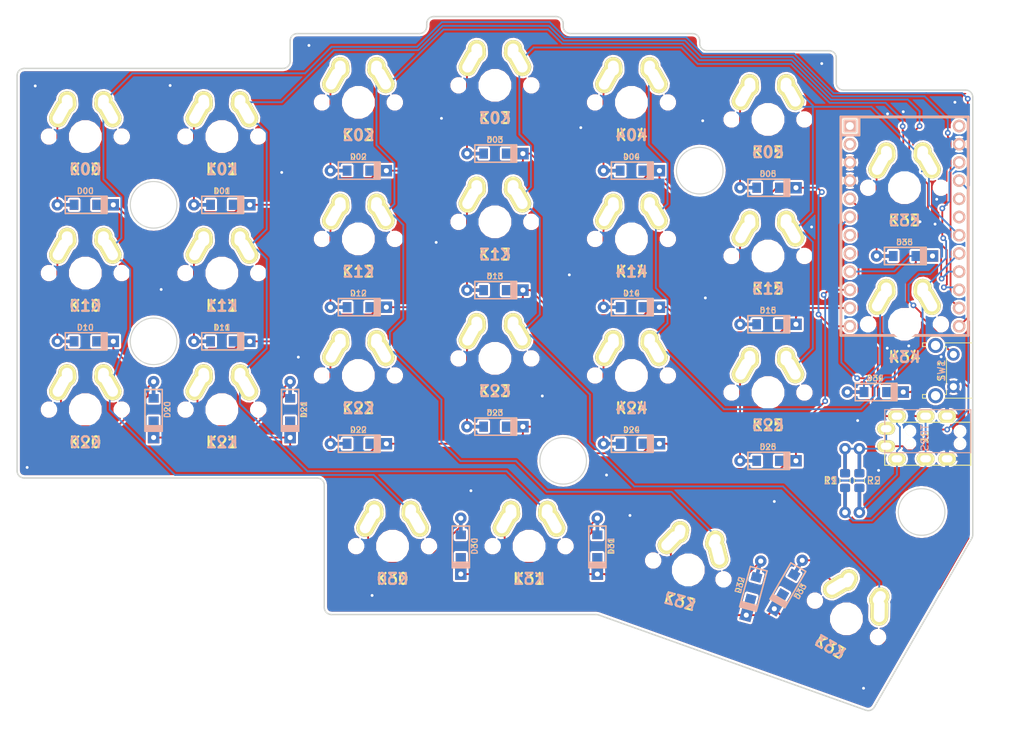
<source format=kicad_pcb>
(kicad_pcb (version 20171130) (host pcbnew "(5.0.2)-1")
  (layers (0 F.Cu signal) (31 B.Cu signal) (34 B.Paste user) (35 F.Paste user) (36 B.SilkS user) (37 F.SilkS user) (38 B.Mask user) (39 F.Mask user) (44 Edge.Cuts user))
  (net 0 "")
  (net 1 "Net-(D00-Pad2)")
  (net 2 /row0)
  (net 3 "Net-(D01-Pad2)")
  (net 4 "Net-(D02-Pad2)")
  (net 5 "Net-(D03-Pad2)")
  (net 6 "Net-(D04-Pad2)")
  (net 7 "Net-(D05-Pad2)")
  (net 8 /row1)
  (net 9 "Net-(D10-Pad2)")
  (net 10 "Net-(D11-Pad2)")
  (net 11 "Net-(D12-Pad2)")
  (net 12 "Net-(D13-Pad2)")
  (net 13 "Net-(D14-Pad2)")
  (net 14 "Net-(D15-Pad2)")
  (net 15 /row2)
  (net 16 "Net-(D20-Pad2)")
  (net 17 "Net-(D21-Pad2)")
  (net 18 "Net-(D22-Pad2)")
  (net 19 "Net-(D23-Pad2)")
  (net 20 "Net-(D24-Pad2)")
  (net 21 "Net-(D25-Pad2)")
  (net 22 /row3)
  (net 23 "Net-(D30-Pad2)")
  (net 24 "Net-(D31-Pad2)")
  (net 25 "Net-(D32-Pad2)")
  (net 26 "Net-(D33-Pad2)")
  (net 27 "Net-(D34-Pad2)")
  (net 28 "Net-(D35-Pad2)")
  (net 29 /col0)
  (net 30 /col1)
  (net 31 /col2)
  (net 32 /col3)
  (net 33 /col4)
  (net 34 /col5)
  (net 35 GND)
  (net 36 VCC)
  (net 37 /SCL)
  (net 38 /SDA)
  (net 39 "Net-(SW1-Pad1)")
  (module keyboardparts:Pro_Micro (layer F.Cu) (at 114.3 12.5 270)
    (fp_text reference U1 hide)
    (fp_text value ProMicro hide)
    (pad 1 thru_hole rect (at -13.97 7.62 270) (size 1.7526 1.7526) (drill 1.0922) (layers *.Cu *.SilkS *.Mask))
    (pad 2 thru_hole circle (at -11.43 7.62 270) (size 1.7526 1.7526) (drill 1.0922) (layers *.Cu *.SilkS *.Mask))
    (pad 3 thru_hole circle (at -8.89 7.62 270) (size 1.7526 1.7526) (drill 1.0922) (layers *.Cu *.SilkS *.Mask) (net 35 GND))
    (pad 4 thru_hole circle (at -6.35 7.62 270) (size 1.7526 1.7526) (drill 1.0922) (layers *.Cu *.SilkS *.Mask) (net 35 GND))
    (pad 5 thru_hole circle (at -3.81 7.62 270) (size 1.7526 1.7526) (drill 1.0922) (layers *.Cu *.SilkS *.Mask) (net 37 /SCL))
    (pad 6 thru_hole circle (at -1.27 7.62 270) (size 1.7526 1.7526) (drill 1.0922) (layers *.Cu *.SilkS *.Mask) (net 38 /SDA))
    (pad 7 thru_hole circle (at 1.27 7.62 270) (size 1.7526 1.7526) (drill 1.0922) (layers *.Cu *.SilkS *.Mask))
    (pad 8 thru_hole circle (at 3.81 7.62 270) (size 1.7526 1.7526) (drill 1.0922) (layers *.Cu *.SilkS *.Mask))
    (pad 9 thru_hole circle (at 6.35 7.62 270) (size 1.7526 1.7526) (drill 1.0922) (layers *.Cu *.SilkS *.Mask) (net 22 /row3))
    (pad 10 thru_hole circle (at 8.89 7.62 270) (size 1.7526 1.7526) (drill 1.0922) (layers *.Cu *.SilkS *.Mask) (net 15 /row2))
    (pad 11 thru_hole circle (at 11.43 7.62 270) (size 1.7526 1.7526) (drill 1.0922) (layers *.Cu *.SilkS *.Mask) (net 8 /row1))
    (pad 12 thru_hole circle (at 13.97 7.62 270) (size 1.7526 1.7526) (drill 1.0922) (layers *.Cu *.SilkS *.Mask) (net 2 /row0))
    (pad 13 thru_hole circle (at 13.97 -7.62 270) (size 1.7526 1.7526) (drill 1.0922) (layers *.Cu *.SilkS *.Mask) (net 29 /col0))
    (pad 14 thru_hole circle (at 11.43 -7.62 270) (size 1.7526 1.7526) (drill 1.0922) (layers *.Cu *.SilkS *.Mask) (net 30 /col1))
    (pad 15 thru_hole circle (at 8.89 -7.62 270) (size 1.7526 1.7526) (drill 1.0922) (layers *.Cu *.SilkS *.Mask) (net 31 /col2))
    (pad 16 thru_hole circle (at 6.35 -7.62 270) (size 1.7526 1.7526) (drill 1.0922) (layers *.Cu *.SilkS *.Mask) (net 32 /col3))
    (pad 17 thru_hole circle (at 3.81 -7.62 270) (size 1.7526 1.7526) (drill 1.0922) (layers *.Cu *.SilkS *.Mask) (net 33 /col4))
    (pad 18 thru_hole circle (at 1.27 -7.62 270) (size 1.7526 1.7526) (drill 1.0922) (layers *.Cu *.SilkS *.Mask) (net 34 /col5))
    (pad 19 thru_hole circle (at -1.27 -7.62 270) (size 1.7526 1.7526) (drill 1.0922) (layers *.Cu *.SilkS *.Mask))
    (pad 20 thru_hole circle (at -3.81 -7.62 270) (size 1.7526 1.7526) (drill 1.0922) (layers *.Cu *.SilkS *.Mask))
    (pad 21 thru_hole circle (at -6.35 -7.62 270) (size 1.7526 1.7526) (drill 1.0922) (layers *.Cu *.SilkS *.Mask) (net 36 VCC))
    (pad 22 thru_hole circle (at -8.89 -7.62 270) (size 1.7526 1.7526) (drill 1.0922) (layers *.Cu *.SilkS *.Mask) (net 39 "Net-(SW1-Pad1)"))
    (pad 23 thru_hole circle (at -11.43 -7.62 270) (size 1.7526 1.7526) (drill 1.0922) (layers *.Cu *.SilkS *.Mask) (net 35 GND))
    (pad 24 thru_hole circle (at -13.97 -7.62 270) (size 1.7526 1.7526) (drill 1.0922) (layers *.Cu *.SilkS *.Mask))
  )
  (module keyboardparts:MJ-4PP-9 (layer F.Cu) (at 123.54 42.8625 270)
    (fp_text reference J1 (at -0.889 6.4135 270) (layer F.SilkS))
    (fp_text value AudioJack4 hide)
    (fp_text user TRRS (at -0.8255 6.4135 270) (layer B.SilkS) (effects (justify mirror)))
    (pad "" np_thru_hole circle (at -1.75 8.5 270) (size 1.2 1.2) (drill 1.2) (layers *.Cu *.Mask F.SilkS))
    (pad "" np_thru_hole circle (at -1.75 1.5 270) (size 1.2 1.2) (drill 1.2) (layers *.Cu *.Mask F.SilkS))
    (pad R1 thru_hole oval (at -3.85 10.3 270) (size 1.7 2.5) (drill oval 1 1.5) (layers *.Cu *.Mask F.SilkS) (net 38 /SDA) (clearance 0.15))
    (pad T thru_hole oval (at 0.35 11.8 270) (size 1.7 2.5) (drill oval 1 1.5) (layers *.Cu *.Mask F.SilkS) (net 36 VCC) (clearance 0.15))
    (pad S thru_hole oval (at -3.85 3.3 270) (size 1.7 2.5) (drill oval 1 1.5) (layers *.Cu *.Mask F.SilkS) (net 35 GND))
    (pad R2 thru_hole oval (at -3.85 6.3 270) (size 1.7 2.5) (drill oval 1 1.5) (layers *.Cu *.Mask F.SilkS) (net 37 /SCL))
    (pad "" np_thru_hole circle (at 0 1.5 270) (size 1.2 1.2) (drill 1.2) (layers *.Cu *.Mask F.SilkS))
    (pad "" np_thru_hole circle (at 0 8.5 270) (size 1.2 1.2) (drill 1.2) (layers *.Cu *.Mask F.SilkS))
    (pad S thru_hole oval (at 2.1 3.3 270) (size 1.7 2.5) (drill oval 1 1.5) (layers *.Cu *.Mask F.SilkS) (net 35 GND))
    (pad R2 thru_hole oval (at 2.1 6.3 270) (size 1.7 2.5) (drill oval 1 1.5) (layers *.Cu *.Mask F.SilkS) (net 37 /SCL))
    (pad R1 thru_hole oval (at 2.1 10.3 270) (size 1.7 2.5) (drill oval 1 1.5) (layers *.Cu *.Mask F.SilkS) (net 38 /SDA) (clearance 0.15))
    (pad T thru_hole oval (at -2.1 11.8 270) (size 1.7 2.5) (drill oval 1 1.5) (layers *.Cu *.Mask F.SilkS) (net 36 VCC) (clearance 0.15))
  )
  (module keyboardparts:D_SOD123_axial_doublesided (layer F.Cu) (at 0 9.525 180)
    (fp_text reference D00 (at 0 1.925 180) (layer F.SilkS) (effects (font (size 0.8 0.8))))
    (fp_text value D_Small hide)
    (fp_text user %R (at 0 1.925 180) (layer B.SilkS) (effects (font (size 0.8 0.8)) (justify mirror)))
    (pad 2 smd rect (at 1.575 0 180) (size 1.2 1.4) (layers F.Cu F.Paste F.Mask) (net 1 "Net-(D00-Pad2)"))
    (pad 1 smd rect (at -1.575 0 180) (size 1.2 1.4) (layers F.Cu F.Paste F.Mask) (net 2 /row0))
    (pad 1 thru_hole rect (at -3.9 0 180) (size 1.6 1.6) (drill 0.7) (layers *.Cu *.Mask) (net 2 /row0))
    (pad 2 thru_hole circle (at 3.9 0 180) (size 1.6 1.6) (drill 0.7) (layers *.Cu *.Mask) (net 1 "Net-(D00-Pad2)"))
    (pad 1 smd rect (at -2.7 0 180) (size 2.5 0.5) (layers F.Cu) (net 2 /row0))
    (pad 2 smd rect (at 2.7 0 180) (size 2.5 0.5) (layers F.Cu) (net 1 "Net-(D00-Pad2)"))
    (pad 2 smd rect (at 1.575 0 180) (size 1.2 1.4) (layers B.Cu B.Paste B.Mask) (net 1 "Net-(D00-Pad2)"))
    (pad 2 smd rect (at 2.7 0 180) (size 2.5 0.5) (layers B.Cu) (net 1 "Net-(D00-Pad2)"))
    (pad 1 smd rect (at -1.575 0 180) (size 1.2 1.4) (layers B.Cu B.Paste B.Mask) (net 2 /row0))
    (pad 1 smd rect (at -2.7 0 180) (size 2.5 0.5) (layers B.Cu) (net 2 /row0))
  )
  (module keyboardparts:D_SOD123_axial_doublesided (layer F.Cu) (at 19.05 9.525 180)
    (fp_text reference D01 (at 0 1.925 180) (layer F.SilkS) (effects (font (size 0.8 0.8))))
    (fp_text value D_Small hide)
    (fp_text user %R (at 0 1.925 180) (layer B.SilkS) (effects (font (size 0.8 0.8)) (justify mirror)))
    (pad 1 smd rect (at -2.7 0 180) (size 2.5 0.5) (layers B.Cu) (net 2 /row0))
    (pad 1 smd rect (at -1.575 0 180) (size 1.2 1.4) (layers B.Cu B.Paste B.Mask) (net 2 /row0))
    (pad 2 smd rect (at 2.7 0 180) (size 2.5 0.5) (layers B.Cu) (net 3 "Net-(D01-Pad2)"))
    (pad 2 smd rect (at 1.575 0 180) (size 1.2 1.4) (layers B.Cu B.Paste B.Mask) (net 3 "Net-(D01-Pad2)"))
    (pad 2 smd rect (at 2.7 0 180) (size 2.5 0.5) (layers F.Cu) (net 3 "Net-(D01-Pad2)"))
    (pad 1 smd rect (at -2.7 0 180) (size 2.5 0.5) (layers F.Cu) (net 2 /row0))
    (pad 2 thru_hole circle (at 3.9 0 180) (size 1.6 1.6) (drill 0.7) (layers *.Cu *.Mask) (net 3 "Net-(D01-Pad2)"))
    (pad 1 thru_hole rect (at -3.9 0 180) (size 1.6 1.6) (drill 0.7) (layers *.Cu *.Mask) (net 2 /row0))
    (pad 1 smd rect (at -1.575 0 180) (size 1.2 1.4) (layers F.Cu F.Paste F.Mask) (net 2 /row0))
    (pad 2 smd rect (at 1.575 0 180) (size 1.2 1.4) (layers F.Cu F.Paste F.Mask) (net 3 "Net-(D01-Pad2)"))
  )
  (module keyboardparts:D_SOD123_axial_doublesided (layer F.Cu) (at 38.1 4.7625 180)
    (fp_text reference D02 (at 0 1.925 180) (layer F.SilkS) (effects (font (size 0.8 0.8))))
    (fp_text value D_Small hide)
    (fp_text user %R (at 0 1.925 180) (layer B.SilkS) (effects (font (size 0.8 0.8)) (justify mirror)))
    (pad 2 smd rect (at 1.575 0 180) (size 1.2 1.4) (layers F.Cu F.Paste F.Mask) (net 4 "Net-(D02-Pad2)"))
    (pad 1 smd rect (at -1.575 0 180) (size 1.2 1.4) (layers F.Cu F.Paste F.Mask) (net 2 /row0))
    (pad 1 thru_hole rect (at -3.9 0 180) (size 1.6 1.6) (drill 0.7) (layers *.Cu *.Mask) (net 2 /row0))
    (pad 2 thru_hole circle (at 3.9 0 180) (size 1.6 1.6) (drill 0.7) (layers *.Cu *.Mask) (net 4 "Net-(D02-Pad2)"))
    (pad 1 smd rect (at -2.7 0 180) (size 2.5 0.5) (layers F.Cu) (net 2 /row0))
    (pad 2 smd rect (at 2.7 0 180) (size 2.5 0.5) (layers F.Cu) (net 4 "Net-(D02-Pad2)"))
    (pad 2 smd rect (at 1.575 0 180) (size 1.2 1.4) (layers B.Cu B.Paste B.Mask) (net 4 "Net-(D02-Pad2)"))
    (pad 2 smd rect (at 2.7 0 180) (size 2.5 0.5) (layers B.Cu) (net 4 "Net-(D02-Pad2)"))
    (pad 1 smd rect (at -1.575 0 180) (size 1.2 1.4) (layers B.Cu B.Paste B.Mask) (net 2 /row0))
    (pad 1 smd rect (at -2.7 0 180) (size 2.5 0.5) (layers B.Cu) (net 2 /row0))
  )
  (module keyboardparts:D_SOD123_axial_doublesided (layer F.Cu) (at 57.15 2.38125 180)
    (fp_text reference D03 (at 0 1.925 180) (layer F.SilkS) (effects (font (size 0.8 0.8))))
    (fp_text value D_Small hide)
    (fp_text user %R (at 0 1.925 180) (layer B.SilkS) (effects (font (size 0.8 0.8)) (justify mirror)))
    (pad 1 smd rect (at -2.7 0 180) (size 2.5 0.5) (layers B.Cu) (net 2 /row0))
    (pad 1 smd rect (at -1.575 0 180) (size 1.2 1.4) (layers B.Cu B.Paste B.Mask) (net 2 /row0))
    (pad 2 smd rect (at 2.7 0 180) (size 2.5 0.5) (layers B.Cu) (net 5 "Net-(D03-Pad2)"))
    (pad 2 smd rect (at 1.575 0 180) (size 1.2 1.4) (layers B.Cu B.Paste B.Mask) (net 5 "Net-(D03-Pad2)"))
    (pad 2 smd rect (at 2.7 0 180) (size 2.5 0.5) (layers F.Cu) (net 5 "Net-(D03-Pad2)"))
    (pad 1 smd rect (at -2.7 0 180) (size 2.5 0.5) (layers F.Cu) (net 2 /row0))
    (pad 2 thru_hole circle (at 3.9 0 180) (size 1.6 1.6) (drill 0.7) (layers *.Cu *.Mask) (net 5 "Net-(D03-Pad2)"))
    (pad 1 thru_hole rect (at -3.9 0 180) (size 1.6 1.6) (drill 0.7) (layers *.Cu *.Mask) (net 2 /row0))
    (pad 1 smd rect (at -1.575 0 180) (size 1.2 1.4) (layers F.Cu F.Paste F.Mask) (net 2 /row0))
    (pad 2 smd rect (at 1.575 0 180) (size 1.2 1.4) (layers F.Cu F.Paste F.Mask) (net 5 "Net-(D03-Pad2)"))
  )
  (module keyboardparts:D_SOD123_axial_doublesided (layer F.Cu) (at 76.2 4.7625 180)
    (fp_text reference D04 (at 0 1.925 180) (layer F.SilkS) (effects (font (size 0.8 0.8))))
    (fp_text value D_Small hide)
    (fp_text user %R (at 0 1.925 180) (layer B.SilkS) (effects (font (size 0.8 0.8)) (justify mirror)))
    (pad 2 smd rect (at 1.575 0 180) (size 1.2 1.4) (layers F.Cu F.Paste F.Mask) (net 6 "Net-(D04-Pad2)"))
    (pad 1 smd rect (at -1.575 0 180) (size 1.2 1.4) (layers F.Cu F.Paste F.Mask) (net 2 /row0))
    (pad 1 thru_hole rect (at -3.9 0 180) (size 1.6 1.6) (drill 0.7) (layers *.Cu *.Mask) (net 2 /row0))
    (pad 2 thru_hole circle (at 3.9 0 180) (size 1.6 1.6) (drill 0.7) (layers *.Cu *.Mask) (net 6 "Net-(D04-Pad2)"))
    (pad 1 smd rect (at -2.7 0 180) (size 2.5 0.5) (layers F.Cu) (net 2 /row0))
    (pad 2 smd rect (at 2.7 0 180) (size 2.5 0.5) (layers F.Cu) (net 6 "Net-(D04-Pad2)"))
    (pad 2 smd rect (at 1.575 0 180) (size 1.2 1.4) (layers B.Cu B.Paste B.Mask) (net 6 "Net-(D04-Pad2)"))
    (pad 2 smd rect (at 2.7 0 180) (size 2.5 0.5) (layers B.Cu) (net 6 "Net-(D04-Pad2)"))
    (pad 1 smd rect (at -1.575 0 180) (size 1.2 1.4) (layers B.Cu B.Paste B.Mask) (net 2 /row0))
    (pad 1 smd rect (at -2.7 0 180) (size 2.5 0.5) (layers B.Cu) (net 2 /row0))
  )
  (module keyboardparts:D_SOD123_axial_doublesided (layer F.Cu) (at 95.25 7.14375 180)
    (fp_text reference D05 (at 0 1.925 180) (layer F.SilkS) (effects (font (size 0.8 0.8))))
    (fp_text value D_Small hide)
    (fp_text user %R (at 0 1.925 180) (layer B.SilkS) (effects (font (size 0.8 0.8)) (justify mirror)))
    (pad 1 smd rect (at -2.7 0 180) (size 2.5 0.5) (layers B.Cu) (net 2 /row0))
    (pad 1 smd rect (at -1.575 0 180) (size 1.2 1.4) (layers B.Cu B.Paste B.Mask) (net 2 /row0))
    (pad 2 smd rect (at 2.7 0 180) (size 2.5 0.5) (layers B.Cu) (net 7 "Net-(D05-Pad2)"))
    (pad 2 smd rect (at 1.575 0 180) (size 1.2 1.4) (layers B.Cu B.Paste B.Mask) (net 7 "Net-(D05-Pad2)"))
    (pad 2 smd rect (at 2.7 0 180) (size 2.5 0.5) (layers F.Cu) (net 7 "Net-(D05-Pad2)"))
    (pad 1 smd rect (at -2.7 0 180) (size 2.5 0.5) (layers F.Cu) (net 2 /row0))
    (pad 2 thru_hole circle (at 3.9 0 180) (size 1.6 1.6) (drill 0.7) (layers *.Cu *.Mask) (net 7 "Net-(D05-Pad2)"))
    (pad 1 thru_hole rect (at -3.9 0 180) (size 1.6 1.6) (drill 0.7) (layers *.Cu *.Mask) (net 2 /row0))
    (pad 1 smd rect (at -1.575 0 180) (size 1.2 1.4) (layers F.Cu F.Paste F.Mask) (net 2 /row0))
    (pad 2 smd rect (at 1.575 0 180) (size 1.2 1.4) (layers F.Cu F.Paste F.Mask) (net 7 "Net-(D05-Pad2)"))
  )
  (module keyboardparts:D_SOD123_axial_doublesided (layer F.Cu) (at 0 28.575 180)
    (fp_text reference D10 (at 0 1.925 180) (layer F.SilkS) (effects (font (size 0.8 0.8))))
    (fp_text value D_Small hide)
    (fp_text user %R (at 0 1.925 180) (layer B.SilkS) (effects (font (size 0.8 0.8)) (justify mirror)))
    (pad 1 smd rect (at -2.7 0 180) (size 2.5 0.5) (layers B.Cu) (net 8 /row1))
    (pad 1 smd rect (at -1.575 0 180) (size 1.2 1.4) (layers B.Cu B.Paste B.Mask) (net 8 /row1))
    (pad 2 smd rect (at 2.7 0 180) (size 2.5 0.5) (layers B.Cu) (net 9 "Net-(D10-Pad2)"))
    (pad 2 smd rect (at 1.575 0 180) (size 1.2 1.4) (layers B.Cu B.Paste B.Mask) (net 9 "Net-(D10-Pad2)"))
    (pad 2 smd rect (at 2.7 0 180) (size 2.5 0.5) (layers F.Cu) (net 9 "Net-(D10-Pad2)"))
    (pad 1 smd rect (at -2.7 0 180) (size 2.5 0.5) (layers F.Cu) (net 8 /row1))
    (pad 2 thru_hole circle (at 3.9 0 180) (size 1.6 1.6) (drill 0.7) (layers *.Cu *.Mask) (net 9 "Net-(D10-Pad2)"))
    (pad 1 thru_hole rect (at -3.9 0 180) (size 1.6 1.6) (drill 0.7) (layers *.Cu *.Mask) (net 8 /row1))
    (pad 1 smd rect (at -1.575 0 180) (size 1.2 1.4) (layers F.Cu F.Paste F.Mask) (net 8 /row1))
    (pad 2 smd rect (at 1.575 0 180) (size 1.2 1.4) (layers F.Cu F.Paste F.Mask) (net 9 "Net-(D10-Pad2)"))
  )
  (module keyboardparts:D_SOD123_axial_doublesided (layer F.Cu) (at 19.05 28.575 180)
    (fp_text reference D11 (at 0 1.925 180) (layer F.SilkS) (effects (font (size 0.8 0.8))))
    (fp_text value D_Small hide)
    (fp_text user %R (at 0 1.925 180) (layer B.SilkS) (effects (font (size 0.8 0.8)) (justify mirror)))
    (pad 2 smd rect (at 1.575 0 180) (size 1.2 1.4) (layers F.Cu F.Paste F.Mask) (net 10 "Net-(D11-Pad2)"))
    (pad 1 smd rect (at -1.575 0 180) (size 1.2 1.4) (layers F.Cu F.Paste F.Mask) (net 8 /row1))
    (pad 1 thru_hole rect (at -3.9 0 180) (size 1.6 1.6) (drill 0.7) (layers *.Cu *.Mask) (net 8 /row1))
    (pad 2 thru_hole circle (at 3.9 0 180) (size 1.6 1.6) (drill 0.7) (layers *.Cu *.Mask) (net 10 "Net-(D11-Pad2)"))
    (pad 1 smd rect (at -2.7 0 180) (size 2.5 0.5) (layers F.Cu) (net 8 /row1))
    (pad 2 smd rect (at 2.7 0 180) (size 2.5 0.5) (layers F.Cu) (net 10 "Net-(D11-Pad2)"))
    (pad 2 smd rect (at 1.575 0 180) (size 1.2 1.4) (layers B.Cu B.Paste B.Mask) (net 10 "Net-(D11-Pad2)"))
    (pad 2 smd rect (at 2.7 0 180) (size 2.5 0.5) (layers B.Cu) (net 10 "Net-(D11-Pad2)"))
    (pad 1 smd rect (at -1.575 0 180) (size 1.2 1.4) (layers B.Cu B.Paste B.Mask) (net 8 /row1))
    (pad 1 smd rect (at -2.7 0 180) (size 2.5 0.5) (layers B.Cu) (net 8 /row1))
  )
  (module keyboardparts:D_SOD123_axial_doublesided (layer F.Cu) (at 38.1 23.8125 180)
    (fp_text reference D12 (at 0 1.925 180) (layer F.SilkS) (effects (font (size 0.8 0.8))))
    (fp_text value D_Small hide)
    (fp_text user %R (at 0 1.925 180) (layer B.SilkS) (effects (font (size 0.8 0.8)) (justify mirror)))
    (pad 1 smd rect (at -2.7 0 180) (size 2.5 0.5) (layers B.Cu) (net 8 /row1))
    (pad 1 smd rect (at -1.575 0 180) (size 1.2 1.4) (layers B.Cu B.Paste B.Mask) (net 8 /row1))
    (pad 2 smd rect (at 2.7 0 180) (size 2.5 0.5) (layers B.Cu) (net 11 "Net-(D12-Pad2)"))
    (pad 2 smd rect (at 1.575 0 180) (size 1.2 1.4) (layers B.Cu B.Paste B.Mask) (net 11 "Net-(D12-Pad2)"))
    (pad 2 smd rect (at 2.7 0 180) (size 2.5 0.5) (layers F.Cu) (net 11 "Net-(D12-Pad2)"))
    (pad 1 smd rect (at -2.7 0 180) (size 2.5 0.5) (layers F.Cu) (net 8 /row1))
    (pad 2 thru_hole circle (at 3.9 0 180) (size 1.6 1.6) (drill 0.7) (layers *.Cu *.Mask) (net 11 "Net-(D12-Pad2)"))
    (pad 1 thru_hole rect (at -3.9 0 180) (size 1.6 1.6) (drill 0.7) (layers *.Cu *.Mask) (net 8 /row1))
    (pad 1 smd rect (at -1.575 0 180) (size 1.2 1.4) (layers F.Cu F.Paste F.Mask) (net 8 /row1))
    (pad 2 smd rect (at 1.575 0 180) (size 1.2 1.4) (layers F.Cu F.Paste F.Mask) (net 11 "Net-(D12-Pad2)"))
  )
  (module keyboardparts:D_SOD123_axial_doublesided (layer F.Cu) (at 57.15 21.43125 180)
    (fp_text reference D13 (at 0 1.925 180) (layer F.SilkS) (effects (font (size 0.8 0.8))))
    (fp_text value D_Small hide)
    (fp_text user %R (at 0 1.925 180) (layer B.SilkS) (effects (font (size 0.8 0.8)) (justify mirror)))
    (pad 2 smd rect (at 1.575 0 180) (size 1.2 1.4) (layers F.Cu F.Paste F.Mask) (net 12 "Net-(D13-Pad2)"))
    (pad 1 smd rect (at -1.575 0 180) (size 1.2 1.4) (layers F.Cu F.Paste F.Mask) (net 8 /row1))
    (pad 1 thru_hole rect (at -3.9 0 180) (size 1.6 1.6) (drill 0.7) (layers *.Cu *.Mask) (net 8 /row1))
    (pad 2 thru_hole circle (at 3.9 0 180) (size 1.6 1.6) (drill 0.7) (layers *.Cu *.Mask) (net 12 "Net-(D13-Pad2)"))
    (pad 1 smd rect (at -2.7 0 180) (size 2.5 0.5) (layers F.Cu) (net 8 /row1))
    (pad 2 smd rect (at 2.7 0 180) (size 2.5 0.5) (layers F.Cu) (net 12 "Net-(D13-Pad2)"))
    (pad 2 smd rect (at 1.575 0 180) (size 1.2 1.4) (layers B.Cu B.Paste B.Mask) (net 12 "Net-(D13-Pad2)"))
    (pad 2 smd rect (at 2.7 0 180) (size 2.5 0.5) (layers B.Cu) (net 12 "Net-(D13-Pad2)"))
    (pad 1 smd rect (at -1.575 0 180) (size 1.2 1.4) (layers B.Cu B.Paste B.Mask) (net 8 /row1))
    (pad 1 smd rect (at -2.7 0 180) (size 2.5 0.5) (layers B.Cu) (net 8 /row1))
  )
  (module keyboardparts:D_SOD123_axial_doublesided (layer F.Cu) (at 76.2 23.8125 180)
    (fp_text reference D14 (at 0 1.925 180) (layer F.SilkS) (effects (font (size 0.8 0.8))))
    (fp_text value D_Small hide)
    (fp_text user %R (at 0 1.925 180) (layer B.SilkS) (effects (font (size 0.8 0.8)) (justify mirror)))
    (pad 1 smd rect (at -2.7 0 180) (size 2.5 0.5) (layers B.Cu) (net 8 /row1))
    (pad 1 smd rect (at -1.575 0 180) (size 1.2 1.4) (layers B.Cu B.Paste B.Mask) (net 8 /row1))
    (pad 2 smd rect (at 2.7 0 180) (size 2.5 0.5) (layers B.Cu) (net 13 "Net-(D14-Pad2)"))
    (pad 2 smd rect (at 1.575 0 180) (size 1.2 1.4) (layers B.Cu B.Paste B.Mask) (net 13 "Net-(D14-Pad2)"))
    (pad 2 smd rect (at 2.7 0 180) (size 2.5 0.5) (layers F.Cu) (net 13 "Net-(D14-Pad2)"))
    (pad 1 smd rect (at -2.7 0 180) (size 2.5 0.5) (layers F.Cu) (net 8 /row1))
    (pad 2 thru_hole circle (at 3.9 0 180) (size 1.6 1.6) (drill 0.7) (layers *.Cu *.Mask) (net 13 "Net-(D14-Pad2)"))
    (pad 1 thru_hole rect (at -3.9 0 180) (size 1.6 1.6) (drill 0.7) (layers *.Cu *.Mask) (net 8 /row1))
    (pad 1 smd rect (at -1.575 0 180) (size 1.2 1.4) (layers F.Cu F.Paste F.Mask) (net 8 /row1))
    (pad 2 smd rect (at 1.575 0 180) (size 1.2 1.4) (layers F.Cu F.Paste F.Mask) (net 13 "Net-(D14-Pad2)"))
  )
  (module keyboardparts:D_SOD123_axial_doublesided (layer F.Cu) (at 95.25 26.19375 180)
    (fp_text reference D15 (at 0 1.925 180) (layer F.SilkS) (effects (font (size 0.8 0.8))))
    (fp_text value D_Small hide)
    (fp_text user %R (at 0 1.925 180) (layer B.SilkS) (effects (font (size 0.8 0.8)) (justify mirror)))
    (pad 2 smd rect (at 1.575 0 180) (size 1.2 1.4) (layers F.Cu F.Paste F.Mask) (net 14 "Net-(D15-Pad2)"))
    (pad 1 smd rect (at -1.575 0 180) (size 1.2 1.4) (layers F.Cu F.Paste F.Mask) (net 8 /row1))
    (pad 1 thru_hole rect (at -3.9 0 180) (size 1.6 1.6) (drill 0.7) (layers *.Cu *.Mask) (net 8 /row1))
    (pad 2 thru_hole circle (at 3.9 0 180) (size 1.6 1.6) (drill 0.7) (layers *.Cu *.Mask) (net 14 "Net-(D15-Pad2)"))
    (pad 1 smd rect (at -2.7 0 180) (size 2.5 0.5) (layers F.Cu) (net 8 /row1))
    (pad 2 smd rect (at 2.7 0 180) (size 2.5 0.5) (layers F.Cu) (net 14 "Net-(D15-Pad2)"))
    (pad 2 smd rect (at 1.575 0 180) (size 1.2 1.4) (layers B.Cu B.Paste B.Mask) (net 14 "Net-(D15-Pad2)"))
    (pad 2 smd rect (at 2.7 0 180) (size 2.5 0.5) (layers B.Cu) (net 14 "Net-(D15-Pad2)"))
    (pad 1 smd rect (at -1.575 0 180) (size 1.2 1.4) (layers B.Cu B.Paste B.Mask) (net 8 /row1))
    (pad 1 smd rect (at -2.7 0 180) (size 2.5 0.5) (layers B.Cu) (net 8 /row1))
  )
  (module keyboardparts:D_SOD123_axial_doublesided (layer F.Cu) (at 9.525 38.1 90)
    (fp_text reference D20 (at 0 1.925 90) (layer F.SilkS) (effects (font (size 0.8 0.8))))
    (fp_text value D_Small hide)
    (fp_text user %R (at 0 1.925 90) (layer B.SilkS) (effects (font (size 0.8 0.8)) (justify mirror)))
    (pad 1 smd rect (at -2.7 0 90) (size 2.5 0.5) (layers B.Cu) (net 15 /row2))
    (pad 1 smd rect (at -1.575 0 90) (size 1.2 1.4) (layers B.Cu B.Paste B.Mask) (net 15 /row2))
    (pad 2 smd rect (at 2.7 0 90) (size 2.5 0.5) (layers B.Cu) (net 16 "Net-(D20-Pad2)"))
    (pad 2 smd rect (at 1.575 0 90) (size 1.2 1.4) (layers B.Cu B.Paste B.Mask) (net 16 "Net-(D20-Pad2)"))
    (pad 2 smd rect (at 2.7 0 90) (size 2.5 0.5) (layers F.Cu) (net 16 "Net-(D20-Pad2)"))
    (pad 1 smd rect (at -2.7 0 90) (size 2.5 0.5) (layers F.Cu) (net 15 /row2))
    (pad 2 thru_hole circle (at 3.9 0 90) (size 1.6 1.6) (drill 0.7) (layers *.Cu *.Mask) (net 16 "Net-(D20-Pad2)"))
    (pad 1 thru_hole rect (at -3.9 0 90) (size 1.6 1.6) (drill 0.7) (layers *.Cu *.Mask) (net 15 /row2))
    (pad 1 smd rect (at -1.575 0 90) (size 1.2 1.4) (layers F.Cu F.Paste F.Mask) (net 15 /row2))
    (pad 2 smd rect (at 1.575 0 90) (size 1.2 1.4) (layers F.Cu F.Paste F.Mask) (net 16 "Net-(D20-Pad2)"))
  )
  (module keyboardparts:D_SOD123_axial_doublesided (layer F.Cu) (at 28.575 38.1 90)
    (fp_text reference D21 (at 0 1.925 90) (layer F.SilkS) (effects (font (size 0.8 0.8))))
    (fp_text value D_Small hide)
    (fp_text user %R (at 0 1.925 90) (layer B.SilkS) (effects (font (size 0.8 0.8)) (justify mirror)))
    (pad 2 smd rect (at 1.575 0 90) (size 1.2 1.4) (layers F.Cu F.Paste F.Mask) (net 17 "Net-(D21-Pad2)"))
    (pad 1 smd rect (at -1.575 0 90) (size 1.2 1.4) (layers F.Cu F.Paste F.Mask) (net 15 /row2))
    (pad 1 thru_hole rect (at -3.9 0 90) (size 1.6 1.6) (drill 0.7) (layers *.Cu *.Mask) (net 15 /row2))
    (pad 2 thru_hole circle (at 3.9 0 90) (size 1.6 1.6) (drill 0.7) (layers *.Cu *.Mask) (net 17 "Net-(D21-Pad2)"))
    (pad 1 smd rect (at -2.7 0 90) (size 2.5 0.5) (layers F.Cu) (net 15 /row2))
    (pad 2 smd rect (at 2.7 0 90) (size 2.5 0.5) (layers F.Cu) (net 17 "Net-(D21-Pad2)"))
    (pad 2 smd rect (at 1.575 0 90) (size 1.2 1.4) (layers B.Cu B.Paste B.Mask) (net 17 "Net-(D21-Pad2)"))
    (pad 2 smd rect (at 2.7 0 90) (size 2.5 0.5) (layers B.Cu) (net 17 "Net-(D21-Pad2)"))
    (pad 1 smd rect (at -1.575 0 90) (size 1.2 1.4) (layers B.Cu B.Paste B.Mask) (net 15 /row2))
    (pad 1 smd rect (at -2.7 0 90) (size 2.5 0.5) (layers B.Cu) (net 15 /row2))
  )
  (module keyboardparts:D_SOD123_axial_doublesided (layer F.Cu) (at 38.1 42.8625 180)
    (fp_text reference D22 (at 0 1.925 180) (layer F.SilkS) (effects (font (size 0.8 0.8))))
    (fp_text value D_Small hide)
    (fp_text user %R (at 0 1.925 180) (layer B.SilkS) (effects (font (size 0.8 0.8)) (justify mirror)))
    (pad 1 smd rect (at -2.7 0 180) (size 2.5 0.5) (layers B.Cu) (net 15 /row2))
    (pad 1 smd rect (at -1.575 0 180) (size 1.2 1.4) (layers B.Cu B.Paste B.Mask) (net 15 /row2))
    (pad 2 smd rect (at 2.7 0 180) (size 2.5 0.5) (layers B.Cu) (net 18 "Net-(D22-Pad2)"))
    (pad 2 smd rect (at 1.575 0 180) (size 1.2 1.4) (layers B.Cu B.Paste B.Mask) (net 18 "Net-(D22-Pad2)"))
    (pad 2 smd rect (at 2.7 0 180) (size 2.5 0.5) (layers F.Cu) (net 18 "Net-(D22-Pad2)"))
    (pad 1 smd rect (at -2.7 0 180) (size 2.5 0.5) (layers F.Cu) (net 15 /row2))
    (pad 2 thru_hole circle (at 3.9 0 180) (size 1.6 1.6) (drill 0.7) (layers *.Cu *.Mask) (net 18 "Net-(D22-Pad2)"))
    (pad 1 thru_hole rect (at -3.9 0 180) (size 1.6 1.6) (drill 0.7) (layers *.Cu *.Mask) (net 15 /row2))
    (pad 1 smd rect (at -1.575 0 180) (size 1.2 1.4) (layers F.Cu F.Paste F.Mask) (net 15 /row2))
    (pad 2 smd rect (at 1.575 0 180) (size 1.2 1.4) (layers F.Cu F.Paste F.Mask) (net 18 "Net-(D22-Pad2)"))
  )
  (module keyboardparts:D_SOD123_axial_doublesided (layer F.Cu) (at 57.15 40.48125 180)
    (fp_text reference D23 (at 0 1.925 180) (layer F.SilkS) (effects (font (size 0.8 0.8))))
    (fp_text value D_Small hide)
    (fp_text user %R (at 0 1.925 180) (layer B.SilkS) (effects (font (size 0.8 0.8)) (justify mirror)))
    (pad 2 smd rect (at 1.575 0 180) (size 1.2 1.4) (layers F.Cu F.Paste F.Mask) (net 19 "Net-(D23-Pad2)"))
    (pad 1 smd rect (at -1.575 0 180) (size 1.2 1.4) (layers F.Cu F.Paste F.Mask) (net 15 /row2))
    (pad 1 thru_hole rect (at -3.9 0 180) (size 1.6 1.6) (drill 0.7) (layers *.Cu *.Mask) (net 15 /row2))
    (pad 2 thru_hole circle (at 3.9 0 180) (size 1.6 1.6) (drill 0.7) (layers *.Cu *.Mask) (net 19 "Net-(D23-Pad2)"))
    (pad 1 smd rect (at -2.7 0 180) (size 2.5 0.5) (layers F.Cu) (net 15 /row2))
    (pad 2 smd rect (at 2.7 0 180) (size 2.5 0.5) (layers F.Cu) (net 19 "Net-(D23-Pad2)"))
    (pad 2 smd rect (at 1.575 0 180) (size 1.2 1.4) (layers B.Cu B.Paste B.Mask) (net 19 "Net-(D23-Pad2)"))
    (pad 2 smd rect (at 2.7 0 180) (size 2.5 0.5) (layers B.Cu) (net 19 "Net-(D23-Pad2)"))
    (pad 1 smd rect (at -1.575 0 180) (size 1.2 1.4) (layers B.Cu B.Paste B.Mask) (net 15 /row2))
    (pad 1 smd rect (at -2.7 0 180) (size 2.5 0.5) (layers B.Cu) (net 15 /row2))
  )
  (module keyboardparts:D_SOD123_axial_doublesided (layer F.Cu) (at 76.2 42.8625 180)
    (fp_text reference D24 (at 0 1.925 180) (layer F.SilkS) (effects (font (size 0.8 0.8))))
    (fp_text value D_Small hide)
    (fp_text user %R (at 0 1.925 180) (layer B.SilkS) (effects (font (size 0.8 0.8)) (justify mirror)))
    (pad 1 smd rect (at -2.7 0 180) (size 2.5 0.5) (layers B.Cu) (net 15 /row2))
    (pad 1 smd rect (at -1.575 0 180) (size 1.2 1.4) (layers B.Cu B.Paste B.Mask) (net 15 /row2))
    (pad 2 smd rect (at 2.7 0 180) (size 2.5 0.5) (layers B.Cu) (net 20 "Net-(D24-Pad2)"))
    (pad 2 smd rect (at 1.575 0 180) (size 1.2 1.4) (layers B.Cu B.Paste B.Mask) (net 20 "Net-(D24-Pad2)"))
    (pad 2 smd rect (at 2.7 0 180) (size 2.5 0.5) (layers F.Cu) (net 20 "Net-(D24-Pad2)"))
    (pad 1 smd rect (at -2.7 0 180) (size 2.5 0.5) (layers F.Cu) (net 15 /row2))
    (pad 2 thru_hole circle (at 3.9 0 180) (size 1.6 1.6) (drill 0.7) (layers *.Cu *.Mask) (net 20 "Net-(D24-Pad2)"))
    (pad 1 thru_hole rect (at -3.9 0 180) (size 1.6 1.6) (drill 0.7) (layers *.Cu *.Mask) (net 15 /row2))
    (pad 1 smd rect (at -1.575 0 180) (size 1.2 1.4) (layers F.Cu F.Paste F.Mask) (net 15 /row2))
    (pad 2 smd rect (at 1.575 0 180) (size 1.2 1.4) (layers F.Cu F.Paste F.Mask) (net 20 "Net-(D24-Pad2)"))
  )
  (module keyboardparts:D_SOD123_axial_doublesided (layer F.Cu) (at 95.25 45.24375 180)
    (fp_text reference D25 (at 0 1.925 180) (layer F.SilkS) (effects (font (size 0.8 0.8))))
    (fp_text value D_Small hide)
    (fp_text user %R (at 0 1.925 180) (layer B.SilkS) (effects (font (size 0.8 0.8)) (justify mirror)))
    (pad 2 smd rect (at 1.575 0 180) (size 1.2 1.4) (layers F.Cu F.Paste F.Mask) (net 21 "Net-(D25-Pad2)"))
    (pad 1 smd rect (at -1.575 0 180) (size 1.2 1.4) (layers F.Cu F.Paste F.Mask) (net 15 /row2))
    (pad 1 thru_hole rect (at -3.9 0 180) (size 1.6 1.6) (drill 0.7) (layers *.Cu *.Mask) (net 15 /row2))
    (pad 2 thru_hole circle (at 3.9 0 180) (size 1.6 1.6) (drill 0.7) (layers *.Cu *.Mask) (net 21 "Net-(D25-Pad2)"))
    (pad 1 smd rect (at -2.7 0 180) (size 2.5 0.5) (layers F.Cu) (net 15 /row2))
    (pad 2 smd rect (at 2.7 0 180) (size 2.5 0.5) (layers F.Cu) (net 21 "Net-(D25-Pad2)"))
    (pad 2 smd rect (at 1.575 0 180) (size 1.2 1.4) (layers B.Cu B.Paste B.Mask) (net 21 "Net-(D25-Pad2)"))
    (pad 2 smd rect (at 2.7 0 180) (size 2.5 0.5) (layers B.Cu) (net 21 "Net-(D25-Pad2)"))
    (pad 1 smd rect (at -1.575 0 180) (size 1.2 1.4) (layers B.Cu B.Paste B.Mask) (net 15 /row2))
    (pad 1 smd rect (at -2.7 0 180) (size 2.5 0.5) (layers B.Cu) (net 15 /row2))
  )
  (module keyboardparts:D_SOD123_axial_doublesided (layer F.Cu) (at 52.3875 57.15 90)
    (fp_text reference D30 (at 0 1.925 90) (layer F.SilkS) (effects (font (size 0.8 0.8))))
    (fp_text value D_Small hide)
    (fp_text user %R (at 0 1.925 90) (layer B.SilkS) (effects (font (size 0.8 0.8)) (justify mirror)))
    (pad 1 smd rect (at -2.7 0 90) (size 2.5 0.5) (layers B.Cu) (net 22 /row3))
    (pad 1 smd rect (at -1.575 0 90) (size 1.2 1.4) (layers B.Cu B.Paste B.Mask) (net 22 /row3))
    (pad 2 smd rect (at 2.7 0 90) (size 2.5 0.5) (layers B.Cu) (net 23 "Net-(D30-Pad2)"))
    (pad 2 smd rect (at 1.575 0 90) (size 1.2 1.4) (layers B.Cu B.Paste B.Mask) (net 23 "Net-(D30-Pad2)"))
    (pad 2 smd rect (at 2.7 0 90) (size 2.5 0.5) (layers F.Cu) (net 23 "Net-(D30-Pad2)"))
    (pad 1 smd rect (at -2.7 0 90) (size 2.5 0.5) (layers F.Cu) (net 22 /row3))
    (pad 2 thru_hole circle (at 3.9 0 90) (size 1.6 1.6) (drill 0.7) (layers *.Cu *.Mask) (net 23 "Net-(D30-Pad2)"))
    (pad 1 thru_hole rect (at -3.9 0 90) (size 1.6 1.6) (drill 0.7) (layers *.Cu *.Mask) (net 22 /row3))
    (pad 1 smd rect (at -1.575 0 90) (size 1.2 1.4) (layers F.Cu F.Paste F.Mask) (net 22 /row3))
    (pad 2 smd rect (at 1.575 0 90) (size 1.2 1.4) (layers F.Cu F.Paste F.Mask) (net 23 "Net-(D30-Pad2)"))
  )
  (module keyboardparts:D_SOD123_axial_doublesided (layer F.Cu) (at 71.4375 57.15 90)
    (fp_text reference D31 (at 0 1.925 90) (layer F.SilkS) (effects (font (size 0.8 0.8))))
    (fp_text value D_Small hide)
    (fp_text user %R (at 0 1.925 90) (layer B.SilkS) (effects (font (size 0.8 0.8)) (justify mirror)))
    (pad 2 smd rect (at 1.575 0 90) (size 1.2 1.4) (layers F.Cu F.Paste F.Mask) (net 24 "Net-(D31-Pad2)"))
    (pad 1 smd rect (at -1.575 0 90) (size 1.2 1.4) (layers F.Cu F.Paste F.Mask) (net 22 /row3))
    (pad 1 thru_hole rect (at -3.9 0 90) (size 1.6 1.6) (drill 0.7) (layers *.Cu *.Mask) (net 22 /row3))
    (pad 2 thru_hole circle (at 3.9 0 90) (size 1.6 1.6) (drill 0.7) (layers *.Cu *.Mask) (net 24 "Net-(D31-Pad2)"))
    (pad 1 smd rect (at -2.7 0 90) (size 2.5 0.5) (layers F.Cu) (net 22 /row3))
    (pad 2 smd rect (at 2.7 0 90) (size 2.5 0.5) (layers F.Cu) (net 24 "Net-(D31-Pad2)"))
    (pad 2 smd rect (at 1.575 0 90) (size 1.2 1.4) (layers B.Cu B.Paste B.Mask) (net 24 "Net-(D31-Pad2)"))
    (pad 2 smd rect (at 2.7 0 90) (size 2.5 0.5) (layers B.Cu) (net 24 "Net-(D31-Pad2)"))
    (pad 1 smd rect (at -1.575 0 90) (size 1.2 1.4) (layers B.Cu B.Paste B.Mask) (net 22 /row3))
    (pad 1 smd rect (at -2.7 0 90) (size 2.5 0.5) (layers B.Cu) (net 22 /row3))
  )
  (module keyboardparts:D_SOD123_axial_doublesided (layer F.Cu) (at 93.23 63.01 75)
    (fp_text reference D32 (at -0.093138 -1.931716 75) (layer F.SilkS) (effects (font (size 0.8 0.8))))
    (fp_text value D_Small hide)
    (fp_text user %R (at -0.051913 -1.932409 75) (layer B.SilkS) (effects (font (size 0.8 0.8)) (justify mirror)))
    (pad 1 smd rect (at -2.7 0 75) (size 2.5 0.5) (layers B.Cu) (net 22 /row3))
    (pad 1 smd rect (at -1.575 0 75) (size 1.2 1.4) (layers B.Cu B.Paste B.Mask) (net 22 /row3))
    (pad 2 smd rect (at 2.7 0 75) (size 2.5 0.5) (layers B.Cu) (net 25 "Net-(D32-Pad2)"))
    (pad 2 smd rect (at 1.575 0 75) (size 1.2 1.4) (layers B.Cu B.Paste B.Mask) (net 25 "Net-(D32-Pad2)"))
    (pad 2 smd rect (at 2.7 0 75) (size 2.5 0.5) (layers F.Cu) (net 25 "Net-(D32-Pad2)"))
    (pad 1 smd rect (at -2.7 0 75) (size 2.5 0.5) (layers F.Cu) (net 22 /row3))
    (pad 2 thru_hole circle (at 3.9 0 75) (size 1.6 1.6) (drill 0.7) (layers *.Cu *.Mask) (net 25 "Net-(D32-Pad2)"))
    (pad 1 thru_hole rect (at -3.9 0 75) (size 1.6 1.6) (drill 0.7) (layers *.Cu *.Mask) (net 22 /row3))
    (pad 1 smd rect (at -1.575 0 75) (size 1.2 1.4) (layers F.Cu F.Paste F.Mask) (net 22 /row3))
    (pad 2 smd rect (at 1.575 0 75) (size 1.2 1.4) (layers F.Cu F.Paste F.Mask) (net 25 "Net-(D32-Pad2)"))
  )
  (module keyboardparts:D_SOD123_axial_doublesided (layer F.Cu) (at 98.08 62.51 60)
    (fp_text reference D33 (at 0 1.925 60) (layer F.SilkS) (effects (font (size 0.8 0.8))))
    (fp_text value D_Small hide)
    (fp_text user %R (at 0 1.925 60) (layer B.SilkS) (effects (font (size 0.8 0.8)) (justify mirror)))
    (pad 2 smd rect (at 1.575 0 60) (size 1.2 1.4) (layers F.Cu F.Paste F.Mask) (net 26 "Net-(D33-Pad2)"))
    (pad 1 smd rect (at -1.575 0 60) (size 1.2 1.4) (layers F.Cu F.Paste F.Mask) (net 22 /row3))
    (pad 1 thru_hole rect (at -3.9 0 60) (size 1.6 1.6) (drill 0.7) (layers *.Cu *.Mask) (net 22 /row3))
    (pad 2 thru_hole circle (at 3.9 0 60) (size 1.6 1.6) (drill 0.7) (layers *.Cu *.Mask) (net 26 "Net-(D33-Pad2)"))
    (pad 1 smd rect (at -2.7 0 60) (size 2.5 0.5) (layers F.Cu) (net 22 /row3))
    (pad 2 smd rect (at 2.7 0 60) (size 2.5 0.5) (layers F.Cu) (net 26 "Net-(D33-Pad2)"))
    (pad 2 smd rect (at 1.575 0 60) (size 1.2 1.4) (layers B.Cu B.Paste B.Mask) (net 26 "Net-(D33-Pad2)"))
    (pad 2 smd rect (at 2.7 0 60) (size 2.5 0.5) (layers B.Cu) (net 26 "Net-(D33-Pad2)"))
    (pad 1 smd rect (at -1.575 0 60) (size 1.2 1.4) (layers B.Cu B.Paste B.Mask) (net 22 /row3))
    (pad 1 smd rect (at -2.7 0 60) (size 2.5 0.5) (layers B.Cu) (net 22 /row3))
  )
  (module keyboardparts:D_SOD123_axial_doublesided (layer F.Cu) (at 110.22 35.65 180)
    (fp_text reference D34 (at 0 1.925 180) (layer F.SilkS) (effects (font (size 0.8 0.8))))
    (fp_text value D_Small hide)
    (fp_text user %R (at 0 1.925 180) (layer B.SilkS) (effects (font (size 0.8 0.8)) (justify mirror)))
    (pad 1 smd rect (at -2.7 0 180) (size 2.5 0.5) (layers B.Cu) (net 22 /row3))
    (pad 1 smd rect (at -1.575 0 180) (size 1.2 1.4) (layers B.Cu B.Paste B.Mask) (net 22 /row3))
    (pad 2 smd rect (at 2.7 0 180) (size 2.5 0.5) (layers B.Cu) (net 27 "Net-(D34-Pad2)"))
    (pad 2 smd rect (at 1.575 0 180) (size 1.2 1.4) (layers B.Cu B.Paste B.Mask) (net 27 "Net-(D34-Pad2)"))
    (pad 2 smd rect (at 2.7 0 180) (size 2.5 0.5) (layers F.Cu) (net 27 "Net-(D34-Pad2)"))
    (pad 1 smd rect (at -2.7 0 180) (size 2.5 0.5) (layers F.Cu) (net 22 /row3))
    (pad 2 thru_hole circle (at 3.9 0 180) (size 1.6 1.6) (drill 0.7) (layers *.Cu *.Mask) (net 27 "Net-(D34-Pad2)"))
    (pad 1 thru_hole rect (at -3.9 0 180) (size 1.6 1.6) (drill 0.7) (layers *.Cu *.Mask) (net 22 /row3))
    (pad 1 smd rect (at -1.575 0 180) (size 1.2 1.4) (layers F.Cu F.Paste F.Mask) (net 22 /row3))
    (pad 2 smd rect (at 1.575 0 180) (size 1.2 1.4) (layers F.Cu F.Paste F.Mask) (net 27 "Net-(D34-Pad2)"))
  )
  (module keyboardparts:D_SOD123_axial_doublesided (layer F.Cu) (at 114.3 16.66875 180)
    (fp_text reference D35 (at 0 1.925 180) (layer F.SilkS) (effects (font (size 0.8 0.8))))
    (fp_text value D_Small hide)
    (fp_text user %R (at 0 1.925 180) (layer B.SilkS) (effects (font (size 0.8 0.8)) (justify mirror)))
    (pad 2 smd rect (at 1.575 0 180) (size 1.2 1.4) (layers F.Cu F.Paste F.Mask) (net 28 "Net-(D35-Pad2)"))
    (pad 1 smd rect (at -1.575 0 180) (size 1.2 1.4) (layers F.Cu F.Paste F.Mask) (net 22 /row3))
    (pad 1 thru_hole rect (at -3.9 0 180) (size 1.6 1.6) (drill 0.7) (layers *.Cu *.Mask) (net 22 /row3))
    (pad 2 thru_hole circle (at 3.9 0 180) (size 1.6 1.6) (drill 0.7) (layers *.Cu *.Mask) (net 28 "Net-(D35-Pad2)"))
    (pad 1 smd rect (at -2.7 0 180) (size 2.5 0.5) (layers F.Cu) (net 22 /row3))
    (pad 2 smd rect (at 2.7 0 180) (size 2.5 0.5) (layers F.Cu) (net 28 "Net-(D35-Pad2)"))
    (pad 2 smd rect (at 1.575 0 180) (size 1.2 1.4) (layers B.Cu B.Paste B.Mask) (net 28 "Net-(D35-Pad2)"))
    (pad 2 smd rect (at 2.7 0 180) (size 2.5 0.5) (layers B.Cu) (net 28 "Net-(D35-Pad2)"))
    (pad 1 smd rect (at -1.575 0 180) (size 1.2 1.4) (layers B.Cu B.Paste B.Mask) (net 22 /row3))
    (pad 1 smd rect (at -2.7 0 180) (size 2.5 0.5) (layers B.Cu) (net 22 /row3))
  )
  (module keyboardparts:Mx_Alps_100-dualside (layer F.Cu) (at 0 0)
    (fp_text reference K00 (at 0 4.572) (layer F.SilkS) (effects (font (size 1.524 1.524) (thickness 0.3048))))
    (fp_text value KEYSW hide)
    (fp_text user %R (at 0 4.572) (layer B.SilkS) (effects (font (size 1.524 1.524) (thickness 0.3048)) (justify mirror)))
    (pad 2 thru_hole oval (at 2.52 -4.79 356.1) (size 2.5 3.08) (drill oval 1.5 2.08) (layers *.Cu *.Mask F.SilkS) (net 29 /col0))
    (pad 1 thru_hole oval (at -3.405 -3.27 330.95) (size 2.5 4.17) (drill oval 1.5 3.17) (layers *.Cu *.Mask F.SilkS) (net 1 "Net-(D00-Pad2)"))
    (pad "" np_thru_hole circle (at 5.08 0) (size 1.7018 1.7018) (drill 1.7018) (layers *.Cu *.Mask))
    (pad "" np_thru_hole circle (at -5.08 0) (size 1.7018 1.7018) (drill 1.7018) (layers *.Cu *.Mask))
    (pad "" np_thru_hole circle (at 0 0) (size 3.9878 3.9878) (drill 3.9878) (layers *.Cu *.Mask))
    (pad 2 thru_hole oval (at 3.405 -3.27 29.05) (size 2.5 4.17) (drill oval 1.5 3.17) (layers *.Cu *.Mask F.SilkS) (net 29 /col0))
    (pad 1 thru_hole oval (at -2.52 -4.79 3.9) (size 2.5 3.08) (drill oval 1.5 2.08) (layers *.Cu *.Mask F.SilkS) (net 1 "Net-(D00-Pad2)"))
  )
  (module keyboardparts:Mx_Alps_100-dualside (layer F.Cu) (at 19.05 0)
    (fp_text reference K01 (at 0 4.572) (layer F.SilkS) (effects (font (size 1.524 1.524) (thickness 0.3048))))
    (fp_text value KEYSW hide)
    (fp_text user %R (at 0 4.572) (layer B.SilkS) (effects (font (size 1.524 1.524) (thickness 0.3048)) (justify mirror)))
    (pad 2 thru_hole oval (at 2.52 -4.79 356.1) (size 2.5 3.08) (drill oval 1.5 2.08) (layers *.Cu *.Mask F.SilkS) (net 30 /col1))
    (pad 1 thru_hole oval (at -3.405 -3.27 330.95) (size 2.5 4.17) (drill oval 1.5 3.17) (layers *.Cu *.Mask F.SilkS) (net 3 "Net-(D01-Pad2)"))
    (pad "" np_thru_hole circle (at 5.08 0) (size 1.7018 1.7018) (drill 1.7018) (layers *.Cu *.Mask))
    (pad "" np_thru_hole circle (at -5.08 0) (size 1.7018 1.7018) (drill 1.7018) (layers *.Cu *.Mask))
    (pad "" np_thru_hole circle (at 0 0) (size 3.9878 3.9878) (drill 3.9878) (layers *.Cu *.Mask))
    (pad 2 thru_hole oval (at 3.405 -3.27 29.05) (size 2.5 4.17) (drill oval 1.5 3.17) (layers *.Cu *.Mask F.SilkS) (net 30 /col1))
    (pad 1 thru_hole oval (at -2.52 -4.79 3.9) (size 2.5 3.08) (drill oval 1.5 2.08) (layers *.Cu *.Mask F.SilkS) (net 3 "Net-(D01-Pad2)"))
  )
  (module keyboardparts:Mx_Alps_100-dualside (layer F.Cu) (at 38.1 -4.7625)
    (fp_text reference K02 (at 0 4.572) (layer F.SilkS) (effects (font (size 1.524 1.524) (thickness 0.3048))))
    (fp_text value KEYSW hide)
    (fp_text user %R (at 0 4.572) (layer B.SilkS) (effects (font (size 1.524 1.524) (thickness 0.3048)) (justify mirror)))
    (pad 1 thru_hole oval (at -2.52 -4.79 3.9) (size 2.5 3.08) (drill oval 1.5 2.08) (layers *.Cu *.Mask F.SilkS) (net 4 "Net-(D02-Pad2)"))
    (pad 2 thru_hole oval (at 3.405 -3.27 29.05) (size 2.5 4.17) (drill oval 1.5 3.17) (layers *.Cu *.Mask F.SilkS) (net 31 /col2))
    (pad "" np_thru_hole circle (at 0 0) (size 3.9878 3.9878) (drill 3.9878) (layers *.Cu *.Mask))
    (pad "" np_thru_hole circle (at -5.08 0) (size 1.7018 1.7018) (drill 1.7018) (layers *.Cu *.Mask))
    (pad "" np_thru_hole circle (at 5.08 0) (size 1.7018 1.7018) (drill 1.7018) (layers *.Cu *.Mask))
    (pad 1 thru_hole oval (at -3.405 -3.27 330.95) (size 2.5 4.17) (drill oval 1.5 3.17) (layers *.Cu *.Mask F.SilkS) (net 4 "Net-(D02-Pad2)"))
    (pad 2 thru_hole oval (at 2.52 -4.79 356.1) (size 2.5 3.08) (drill oval 1.5 2.08) (layers *.Cu *.Mask F.SilkS) (net 31 /col2))
  )
  (module keyboardparts:Mx_Alps_100-dualside (layer F.Cu) (at 57.15 -7.14375)
    (fp_text reference K03 (at 0 4.572) (layer F.SilkS) (effects (font (size 1.524 1.524) (thickness 0.3048))))
    (fp_text value KEYSW hide)
    (fp_text user %R (at 0 4.572) (layer B.SilkS) (effects (font (size 1.524 1.524) (thickness 0.3048)) (justify mirror)))
    (pad 2 thru_hole oval (at 2.52 -4.79 356.1) (size 2.5 3.08) (drill oval 1.5 2.08) (layers *.Cu *.Mask F.SilkS) (net 32 /col3))
    (pad 1 thru_hole oval (at -3.405 -3.27 330.95) (size 2.5 4.17) (drill oval 1.5 3.17) (layers *.Cu *.Mask F.SilkS) (net 5 "Net-(D03-Pad2)"))
    (pad "" np_thru_hole circle (at 5.08 0) (size 1.7018 1.7018) (drill 1.7018) (layers *.Cu *.Mask))
    (pad "" np_thru_hole circle (at -5.08 0) (size 1.7018 1.7018) (drill 1.7018) (layers *.Cu *.Mask))
    (pad "" np_thru_hole circle (at 0 0) (size 3.9878 3.9878) (drill 3.9878) (layers *.Cu *.Mask))
    (pad 2 thru_hole oval (at 3.405 -3.27 29.05) (size 2.5 4.17) (drill oval 1.5 3.17) (layers *.Cu *.Mask F.SilkS) (net 32 /col3))
    (pad 1 thru_hole oval (at -2.52 -4.79 3.9) (size 2.5 3.08) (drill oval 1.5 2.08) (layers *.Cu *.Mask F.SilkS) (net 5 "Net-(D03-Pad2)"))
  )
  (module keyboardparts:Mx_Alps_100-dualside (layer F.Cu) (at 76.2 -4.7625)
    (fp_text reference K04 (at 0 4.572) (layer F.SilkS) (effects (font (size 1.524 1.524) (thickness 0.3048))))
    (fp_text value KEYSW hide)
    (fp_text user %R (at 0 4.572) (layer B.SilkS) (effects (font (size 1.524 1.524) (thickness 0.3048)) (justify mirror)))
    (pad 2 thru_hole oval (at 2.52 -4.79 356.1) (size 2.5 3.08) (drill oval 1.5 2.08) (layers *.Cu *.Mask F.SilkS) (net 33 /col4))
    (pad 1 thru_hole oval (at -3.405 -3.27 330.95) (size 2.5 4.17) (drill oval 1.5 3.17) (layers *.Cu *.Mask F.SilkS) (net 6 "Net-(D04-Pad2)"))
    (pad "" np_thru_hole circle (at 5.08 0) (size 1.7018 1.7018) (drill 1.7018) (layers *.Cu *.Mask))
    (pad "" np_thru_hole circle (at -5.08 0) (size 1.7018 1.7018) (drill 1.7018) (layers *.Cu *.Mask))
    (pad "" np_thru_hole circle (at 0 0) (size 3.9878 3.9878) (drill 3.9878) (layers *.Cu *.Mask))
    (pad 2 thru_hole oval (at 3.405 -3.27 29.05) (size 2.5 4.17) (drill oval 1.5 3.17) (layers *.Cu *.Mask F.SilkS) (net 33 /col4))
    (pad 1 thru_hole oval (at -2.52 -4.79 3.9) (size 2.5 3.08) (drill oval 1.5 2.08) (layers *.Cu *.Mask F.SilkS) (net 6 "Net-(D04-Pad2)"))
  )
  (module keyboardparts:Mx_Alps_100-dualside (layer F.Cu) (at 95.25 -2.38125)
    (fp_text reference K05 (at 0 4.572) (layer F.SilkS) (effects (font (size 1.524 1.524) (thickness 0.3048))))
    (fp_text value KEYSW hide)
    (fp_text user %R (at 0 4.572) (layer B.SilkS) (effects (font (size 1.524 1.524) (thickness 0.3048)) (justify mirror)))
    (pad 1 thru_hole oval (at -2.52 -4.79 3.9) (size 2.5 3.08) (drill oval 1.5 2.08) (layers *.Cu *.Mask F.SilkS) (net 7 "Net-(D05-Pad2)"))
    (pad 2 thru_hole oval (at 3.405 -3.27 29.05) (size 2.5 4.17) (drill oval 1.5 3.17) (layers *.Cu *.Mask F.SilkS) (net 34 /col5))
    (pad "" np_thru_hole circle (at 0 0) (size 3.9878 3.9878) (drill 3.9878) (layers *.Cu *.Mask))
    (pad "" np_thru_hole circle (at -5.08 0) (size 1.7018 1.7018) (drill 1.7018) (layers *.Cu *.Mask))
    (pad "" np_thru_hole circle (at 5.08 0) (size 1.7018 1.7018) (drill 1.7018) (layers *.Cu *.Mask))
    (pad 1 thru_hole oval (at -3.405 -3.27 330.95) (size 2.5 4.17) (drill oval 1.5 3.17) (layers *.Cu *.Mask F.SilkS) (net 7 "Net-(D05-Pad2)"))
    (pad 2 thru_hole oval (at 2.52 -4.79 356.1) (size 2.5 3.08) (drill oval 1.5 2.08) (layers *.Cu *.Mask F.SilkS) (net 34 /col5))
  )
  (module keyboardparts:Mx_Alps_100-dualside (layer F.Cu) (at 0 19.05)
    (fp_text reference K10 (at 0 4.572) (layer F.SilkS) (effects (font (size 1.524 1.524) (thickness 0.3048))))
    (fp_text value KEYSW hide)
    (fp_text user %R (at 0 4.572) (layer B.SilkS) (effects (font (size 1.524 1.524) (thickness 0.3048)) (justify mirror)))
    (pad 2 thru_hole oval (at 2.52 -4.79 356.1) (size 2.5 3.08) (drill oval 1.5 2.08) (layers *.Cu *.Mask F.SilkS) (net 29 /col0))
    (pad 1 thru_hole oval (at -3.405 -3.27 330.95) (size 2.5 4.17) (drill oval 1.5 3.17) (layers *.Cu *.Mask F.SilkS) (net 9 "Net-(D10-Pad2)"))
    (pad "" np_thru_hole circle (at 5.08 0) (size 1.7018 1.7018) (drill 1.7018) (layers *.Cu *.Mask))
    (pad "" np_thru_hole circle (at -5.08 0) (size 1.7018 1.7018) (drill 1.7018) (layers *.Cu *.Mask))
    (pad "" np_thru_hole circle (at 0 0) (size 3.9878 3.9878) (drill 3.9878) (layers *.Cu *.Mask))
    (pad 2 thru_hole oval (at 3.405 -3.27 29.05) (size 2.5 4.17) (drill oval 1.5 3.17) (layers *.Cu *.Mask F.SilkS) (net 29 /col0))
    (pad 1 thru_hole oval (at -2.52 -4.79 3.9) (size 2.5 3.08) (drill oval 1.5 2.08) (layers *.Cu *.Mask F.SilkS) (net 9 "Net-(D10-Pad2)"))
  )
  (module keyboardparts:Mx_Alps_100-dualside (layer F.Cu) (at 19.05 19.05)
    (fp_text reference K11 (at 0 4.572) (layer F.SilkS) (effects (font (size 1.524 1.524) (thickness 0.3048))))
    (fp_text value KEYSW hide)
    (fp_text user %R (at 0 4.572) (layer B.SilkS) (effects (font (size 1.524 1.524) (thickness 0.3048)) (justify mirror)))
    (pad 1 thru_hole oval (at -2.52 -4.79 3.9) (size 2.5 3.08) (drill oval 1.5 2.08) (layers *.Cu *.Mask F.SilkS) (net 10 "Net-(D11-Pad2)"))
    (pad 2 thru_hole oval (at 3.405 -3.27 29.05) (size 2.5 4.17) (drill oval 1.5 3.17) (layers *.Cu *.Mask F.SilkS) (net 30 /col1))
    (pad "" np_thru_hole circle (at 0 0) (size 3.9878 3.9878) (drill 3.9878) (layers *.Cu *.Mask))
    (pad "" np_thru_hole circle (at -5.08 0) (size 1.7018 1.7018) (drill 1.7018) (layers *.Cu *.Mask))
    (pad "" np_thru_hole circle (at 5.08 0) (size 1.7018 1.7018) (drill 1.7018) (layers *.Cu *.Mask))
    (pad 1 thru_hole oval (at -3.405 -3.27 330.95) (size 2.5 4.17) (drill oval 1.5 3.17) (layers *.Cu *.Mask F.SilkS) (net 10 "Net-(D11-Pad2)"))
    (pad 2 thru_hole oval (at 2.52 -4.79 356.1) (size 2.5 3.08) (drill oval 1.5 2.08) (layers *.Cu *.Mask F.SilkS) (net 30 /col1))
  )
  (module keyboardparts:Mx_Alps_100-dualside (layer F.Cu) (at 38.1 14.2875)
    (fp_text reference K12 (at 0 4.572) (layer F.SilkS) (effects (font (size 1.524 1.524) (thickness 0.3048))))
    (fp_text value KEYSW hide)
    (fp_text user %R (at 0 4.572) (layer B.SilkS) (effects (font (size 1.524 1.524) (thickness 0.3048)) (justify mirror)))
    (pad 1 thru_hole oval (at -2.52 -4.79 3.9) (size 2.5 3.08) (drill oval 1.5 2.08) (layers *.Cu *.Mask F.SilkS) (net 11 "Net-(D12-Pad2)"))
    (pad 2 thru_hole oval (at 3.405 -3.27 29.05) (size 2.5 4.17) (drill oval 1.5 3.17) (layers *.Cu *.Mask F.SilkS) (net 31 /col2))
    (pad "" np_thru_hole circle (at 0 0) (size 3.9878 3.9878) (drill 3.9878) (layers *.Cu *.Mask))
    (pad "" np_thru_hole circle (at -5.08 0) (size 1.7018 1.7018) (drill 1.7018) (layers *.Cu *.Mask))
    (pad "" np_thru_hole circle (at 5.08 0) (size 1.7018 1.7018) (drill 1.7018) (layers *.Cu *.Mask))
    (pad 1 thru_hole oval (at -3.405 -3.27 330.95) (size 2.5 4.17) (drill oval 1.5 3.17) (layers *.Cu *.Mask F.SilkS) (net 11 "Net-(D12-Pad2)"))
    (pad 2 thru_hole oval (at 2.52 -4.79 356.1) (size 2.5 3.08) (drill oval 1.5 2.08) (layers *.Cu *.Mask F.SilkS) (net 31 /col2))
  )
  (module keyboardparts:Mx_Alps_100-dualside (layer F.Cu) (at 57.15 11.90625)
    (fp_text reference K13 (at 0 4.572) (layer F.SilkS) (effects (font (size 1.524 1.524) (thickness 0.3048))))
    (fp_text value KEYSW hide)
    (fp_text user %R (at 0 4.572) (layer B.SilkS) (effects (font (size 1.524 1.524) (thickness 0.3048)) (justify mirror)))
    (pad 1 thru_hole oval (at -2.52 -4.79 3.9) (size 2.5 3.08) (drill oval 1.5 2.08) (layers *.Cu *.Mask F.SilkS) (net 12 "Net-(D13-Pad2)"))
    (pad 2 thru_hole oval (at 3.405 -3.27 29.05) (size 2.5 4.17) (drill oval 1.5 3.17) (layers *.Cu *.Mask F.SilkS) (net 32 /col3))
    (pad "" np_thru_hole circle (at 0 0) (size 3.9878 3.9878) (drill 3.9878) (layers *.Cu *.Mask))
    (pad "" np_thru_hole circle (at -5.08 0) (size 1.7018 1.7018) (drill 1.7018) (layers *.Cu *.Mask))
    (pad "" np_thru_hole circle (at 5.08 0) (size 1.7018 1.7018) (drill 1.7018) (layers *.Cu *.Mask))
    (pad 1 thru_hole oval (at -3.405 -3.27 330.95) (size 2.5 4.17) (drill oval 1.5 3.17) (layers *.Cu *.Mask F.SilkS) (net 12 "Net-(D13-Pad2)"))
    (pad 2 thru_hole oval (at 2.52 -4.79 356.1) (size 2.5 3.08) (drill oval 1.5 2.08) (layers *.Cu *.Mask F.SilkS) (net 32 /col3))
  )
  (module keyboardparts:Mx_Alps_100-dualside (layer F.Cu) (at 76.2 14.2875)
    (fp_text reference K14 (at 0 4.572) (layer F.SilkS) (effects (font (size 1.524 1.524) (thickness 0.3048))))
    (fp_text value KEYSW hide)
    (fp_text user %R (at 0 4.572) (layer B.SilkS) (effects (font (size 1.524 1.524) (thickness 0.3048)) (justify mirror)))
    (pad 2 thru_hole oval (at 2.52 -4.79 356.1) (size 2.5 3.08) (drill oval 1.5 2.08) (layers *.Cu *.Mask F.SilkS) (net 33 /col4))
    (pad 1 thru_hole oval (at -3.405 -3.27 330.95) (size 2.5 4.17) (drill oval 1.5 3.17) (layers *.Cu *.Mask F.SilkS) (net 13 "Net-(D14-Pad2)"))
    (pad "" np_thru_hole circle (at 5.08 0) (size 1.7018 1.7018) (drill 1.7018) (layers *.Cu *.Mask))
    (pad "" np_thru_hole circle (at -5.08 0) (size 1.7018 1.7018) (drill 1.7018) (layers *.Cu *.Mask))
    (pad "" np_thru_hole circle (at 0 0) (size 3.9878 3.9878) (drill 3.9878) (layers *.Cu *.Mask))
    (pad 2 thru_hole oval (at 3.405 -3.27 29.05) (size 2.5 4.17) (drill oval 1.5 3.17) (layers *.Cu *.Mask F.SilkS) (net 33 /col4))
    (pad 1 thru_hole oval (at -2.52 -4.79 3.9) (size 2.5 3.08) (drill oval 1.5 2.08) (layers *.Cu *.Mask F.SilkS) (net 13 "Net-(D14-Pad2)"))
  )
  (module keyboardparts:Mx_Alps_100-dualside (layer F.Cu) (at 95.25 16.66875)
    (fp_text reference K15 (at 0 4.572) (layer F.SilkS) (effects (font (size 1.524 1.524) (thickness 0.3048))))
    (fp_text value KEYSW hide)
    (fp_text user %R (at 0 4.572) (layer B.SilkS) (effects (font (size 1.524 1.524) (thickness 0.3048)) (justify mirror)))
    (pad 1 thru_hole oval (at -2.52 -4.79 3.9) (size 2.5 3.08) (drill oval 1.5 2.08) (layers *.Cu *.Mask F.SilkS) (net 14 "Net-(D15-Pad2)"))
    (pad 2 thru_hole oval (at 3.405 -3.27 29.05) (size 2.5 4.17) (drill oval 1.5 3.17) (layers *.Cu *.Mask F.SilkS) (net 34 /col5))
    (pad "" np_thru_hole circle (at 0 0) (size 3.9878 3.9878) (drill 3.9878) (layers *.Cu *.Mask))
    (pad "" np_thru_hole circle (at -5.08 0) (size 1.7018 1.7018) (drill 1.7018) (layers *.Cu *.Mask))
    (pad "" np_thru_hole circle (at 5.08 0) (size 1.7018 1.7018) (drill 1.7018) (layers *.Cu *.Mask))
    (pad 1 thru_hole oval (at -3.405 -3.27 330.95) (size 2.5 4.17) (drill oval 1.5 3.17) (layers *.Cu *.Mask F.SilkS) (net 14 "Net-(D15-Pad2)"))
    (pad 2 thru_hole oval (at 2.52 -4.79 356.1) (size 2.5 3.08) (drill oval 1.5 2.08) (layers *.Cu *.Mask F.SilkS) (net 34 /col5))
  )
  (module keyboardparts:Mx_Alps_100-dualside (layer F.Cu) (at 0 38.1)
    (fp_text reference K20 (at 0 4.572) (layer F.SilkS) (effects (font (size 1.524 1.524) (thickness 0.3048))))
    (fp_text value KEYSW hide)
    (fp_text user %R (at 0 4.572) (layer B.SilkS) (effects (font (size 1.524 1.524) (thickness 0.3048)) (justify mirror)))
    (pad 1 thru_hole oval (at -2.52 -4.79 3.9) (size 2.5 3.08) (drill oval 1.5 2.08) (layers *.Cu *.Mask F.SilkS) (net 16 "Net-(D20-Pad2)"))
    (pad 2 thru_hole oval (at 3.405 -3.27 29.05) (size 2.5 4.17) (drill oval 1.5 3.17) (layers *.Cu *.Mask F.SilkS) (net 29 /col0))
    (pad "" np_thru_hole circle (at 0 0) (size 3.9878 3.9878) (drill 3.9878) (layers *.Cu *.Mask))
    (pad "" np_thru_hole circle (at -5.08 0) (size 1.7018 1.7018) (drill 1.7018) (layers *.Cu *.Mask))
    (pad "" np_thru_hole circle (at 5.08 0) (size 1.7018 1.7018) (drill 1.7018) (layers *.Cu *.Mask))
    (pad 1 thru_hole oval (at -3.405 -3.27 330.95) (size 2.5 4.17) (drill oval 1.5 3.17) (layers *.Cu *.Mask F.SilkS) (net 16 "Net-(D20-Pad2)"))
    (pad 2 thru_hole oval (at 2.52 -4.79 356.1) (size 2.5 3.08) (drill oval 1.5 2.08) (layers *.Cu *.Mask F.SilkS) (net 29 /col0))
  )
  (module keyboardparts:Mx_Alps_100-dualside (layer F.Cu) (at 19.05 38.1)
    (fp_text reference K21 (at 0 4.572) (layer F.SilkS) (effects (font (size 1.524 1.524) (thickness 0.3048))))
    (fp_text value KEYSW hide)
    (fp_text user %R (at 0 4.572) (layer B.SilkS) (effects (font (size 1.524 1.524) (thickness 0.3048)) (justify mirror)))
    (pad 2 thru_hole oval (at 2.52 -4.79 356.1) (size 2.5 3.08) (drill oval 1.5 2.08) (layers *.Cu *.Mask F.SilkS) (net 30 /col1))
    (pad 1 thru_hole oval (at -3.405 -3.27 330.95) (size 2.5 4.17) (drill oval 1.5 3.17) (layers *.Cu *.Mask F.SilkS) (net 17 "Net-(D21-Pad2)"))
    (pad "" np_thru_hole circle (at 5.08 0) (size 1.7018 1.7018) (drill 1.7018) (layers *.Cu *.Mask))
    (pad "" np_thru_hole circle (at -5.08 0) (size 1.7018 1.7018) (drill 1.7018) (layers *.Cu *.Mask))
    (pad "" np_thru_hole circle (at 0 0) (size 3.9878 3.9878) (drill 3.9878) (layers *.Cu *.Mask))
    (pad 2 thru_hole oval (at 3.405 -3.27 29.05) (size 2.5 4.17) (drill oval 1.5 3.17) (layers *.Cu *.Mask F.SilkS) (net 30 /col1))
    (pad 1 thru_hole oval (at -2.52 -4.79 3.9) (size 2.5 3.08) (drill oval 1.5 2.08) (layers *.Cu *.Mask F.SilkS) (net 17 "Net-(D21-Pad2)"))
  )
  (module keyboardparts:Mx_Alps_100-dualside (layer F.Cu) (at 38.1 33.3375)
    (fp_text reference K22 (at 0 4.572) (layer F.SilkS) (effects (font (size 1.524 1.524) (thickness 0.3048))))
    (fp_text value KEYSW hide)
    (fp_text user %R (at 0 4.572) (layer B.SilkS) (effects (font (size 1.524 1.524) (thickness 0.3048)) (justify mirror)))
    (pad 2 thru_hole oval (at 2.52 -4.79 356.1) (size 2.5 3.08) (drill oval 1.5 2.08) (layers *.Cu *.Mask F.SilkS) (net 31 /col2))
    (pad 1 thru_hole oval (at -3.405 -3.27 330.95) (size 2.5 4.17) (drill oval 1.5 3.17) (layers *.Cu *.Mask F.SilkS) (net 18 "Net-(D22-Pad2)"))
    (pad "" np_thru_hole circle (at 5.08 0) (size 1.7018 1.7018) (drill 1.7018) (layers *.Cu *.Mask))
    (pad "" np_thru_hole circle (at -5.08 0) (size 1.7018 1.7018) (drill 1.7018) (layers *.Cu *.Mask))
    (pad "" np_thru_hole circle (at 0 0) (size 3.9878 3.9878) (drill 3.9878) (layers *.Cu *.Mask))
    (pad 2 thru_hole oval (at 3.405 -3.27 29.05) (size 2.5 4.17) (drill oval 1.5 3.17) (layers *.Cu *.Mask F.SilkS) (net 31 /col2))
    (pad 1 thru_hole oval (at -2.52 -4.79 3.9) (size 2.5 3.08) (drill oval 1.5 2.08) (layers *.Cu *.Mask F.SilkS) (net 18 "Net-(D22-Pad2)"))
  )
  (module keyboardparts:Mx_Alps_100-dualside (layer F.Cu) (at 57.15 30.95625)
    (fp_text reference K23 (at 0 4.572) (layer F.SilkS) (effects (font (size 1.524 1.524) (thickness 0.3048))))
    (fp_text value KEYSW hide)
    (fp_text user %R (at 0 4.572) (layer B.SilkS) (effects (font (size 1.524 1.524) (thickness 0.3048)) (justify mirror)))
    (pad 1 thru_hole oval (at -2.52 -4.79 3.9) (size 2.5 3.08) (drill oval 1.5 2.08) (layers *.Cu *.Mask F.SilkS) (net 19 "Net-(D23-Pad2)"))
    (pad 2 thru_hole oval (at 3.405 -3.27 29.05) (size 2.5 4.17) (drill oval 1.5 3.17) (layers *.Cu *.Mask F.SilkS) (net 32 /col3))
    (pad "" np_thru_hole circle (at 0 0) (size 3.9878 3.9878) (drill 3.9878) (layers *.Cu *.Mask))
    (pad "" np_thru_hole circle (at -5.08 0) (size 1.7018 1.7018) (drill 1.7018) (layers *.Cu *.Mask))
    (pad "" np_thru_hole circle (at 5.08 0) (size 1.7018 1.7018) (drill 1.7018) (layers *.Cu *.Mask))
    (pad 1 thru_hole oval (at -3.405 -3.27 330.95) (size 2.5 4.17) (drill oval 1.5 3.17) (layers *.Cu *.Mask F.SilkS) (net 19 "Net-(D23-Pad2)"))
    (pad 2 thru_hole oval (at 2.52 -4.79 356.1) (size 2.5 3.08) (drill oval 1.5 2.08) (layers *.Cu *.Mask F.SilkS) (net 32 /col3))
  )
  (module keyboardparts:Mx_Alps_100-dualside (layer F.Cu) (at 76.2 33.3375)
    (fp_text reference K24 (at 0 4.572) (layer F.SilkS) (effects (font (size 1.524 1.524) (thickness 0.3048))))
    (fp_text value KEYSW hide)
    (fp_text user %R (at 0 4.572) (layer B.SilkS) (effects (font (size 1.524 1.524) (thickness 0.3048)) (justify mirror)))
    (pad 2 thru_hole oval (at 2.52 -4.79 356.1) (size 2.5 3.08) (drill oval 1.5 2.08) (layers *.Cu *.Mask F.SilkS) (net 33 /col4))
    (pad 1 thru_hole oval (at -3.405 -3.27 330.95) (size 2.5 4.17) (drill oval 1.5 3.17) (layers *.Cu *.Mask F.SilkS) (net 20 "Net-(D24-Pad2)"))
    (pad "" np_thru_hole circle (at 5.08 0) (size 1.7018 1.7018) (drill 1.7018) (layers *.Cu *.Mask))
    (pad "" np_thru_hole circle (at -5.08 0) (size 1.7018 1.7018) (drill 1.7018) (layers *.Cu *.Mask))
    (pad "" np_thru_hole circle (at 0 0) (size 3.9878 3.9878) (drill 3.9878) (layers *.Cu *.Mask))
    (pad 2 thru_hole oval (at 3.405 -3.27 29.05) (size 2.5 4.17) (drill oval 1.5 3.17) (layers *.Cu *.Mask F.SilkS) (net 33 /col4))
    (pad 1 thru_hole oval (at -2.52 -4.79 3.9) (size 2.5 3.08) (drill oval 1.5 2.08) (layers *.Cu *.Mask F.SilkS) (net 20 "Net-(D24-Pad2)"))
  )
  (module keyboardparts:Mx_Alps_100-dualside (layer F.Cu) (at 95.25 35.71875)
    (fp_text reference K25 (at 0 4.572) (layer F.SilkS) (effects (font (size 1.524 1.524) (thickness 0.3048))))
    (fp_text value KEYSW hide)
    (fp_text user %R (at 0 4.572) (layer B.SilkS) (effects (font (size 1.524 1.524) (thickness 0.3048)) (justify mirror)))
    (pad 1 thru_hole oval (at -2.52 -4.79 3.9) (size 2.5 3.08) (drill oval 1.5 2.08) (layers *.Cu *.Mask F.SilkS) (net 21 "Net-(D25-Pad2)"))
    (pad 2 thru_hole oval (at 3.405 -3.27 29.05) (size 2.5 4.17) (drill oval 1.5 3.17) (layers *.Cu *.Mask F.SilkS) (net 34 /col5))
    (pad "" np_thru_hole circle (at 0 0) (size 3.9878 3.9878) (drill 3.9878) (layers *.Cu *.Mask))
    (pad "" np_thru_hole circle (at -5.08 0) (size 1.7018 1.7018) (drill 1.7018) (layers *.Cu *.Mask))
    (pad "" np_thru_hole circle (at 5.08 0) (size 1.7018 1.7018) (drill 1.7018) (layers *.Cu *.Mask))
    (pad 1 thru_hole oval (at -3.405 -3.27 330.95) (size 2.5 4.17) (drill oval 1.5 3.17) (layers *.Cu *.Mask F.SilkS) (net 21 "Net-(D25-Pad2)"))
    (pad 2 thru_hole oval (at 2.52 -4.79 356.1) (size 2.5 3.08) (drill oval 1.5 2.08) (layers *.Cu *.Mask F.SilkS) (net 34 /col5))
  )
  (module keyboardparts:Mx_Alps_100-dualside (layer F.Cu) (at 42.8625 57.15)
    (fp_text reference K30 (at 0 4.572) (layer F.SilkS) (effects (font (size 1.524 1.524) (thickness 0.3048))))
    (fp_text value KEYSW hide)
    (fp_text user %R (at 0 4.572) (layer B.SilkS) (effects (font (size 1.524 1.524) (thickness 0.3048)) (justify mirror)))
    (pad 1 thru_hole oval (at -2.52 -4.79 3.9) (size 2.5 3.08) (drill oval 1.5 2.08) (layers *.Cu *.Mask F.SilkS) (net 23 "Net-(D30-Pad2)"))
    (pad 2 thru_hole oval (at 3.405 -3.27 29.05) (size 2.5 4.17) (drill oval 1.5 3.17) (layers *.Cu *.Mask F.SilkS) (net 29 /col0))
    (pad "" np_thru_hole circle (at 0 0) (size 3.9878 3.9878) (drill 3.9878) (layers *.Cu *.Mask))
    (pad "" np_thru_hole circle (at -5.08 0) (size 1.7018 1.7018) (drill 1.7018) (layers *.Cu *.Mask))
    (pad "" np_thru_hole circle (at 5.08 0) (size 1.7018 1.7018) (drill 1.7018) (layers *.Cu *.Mask))
    (pad 1 thru_hole oval (at -3.405 -3.27 330.95) (size 2.5 4.17) (drill oval 1.5 3.17) (layers *.Cu *.Mask F.SilkS) (net 23 "Net-(D30-Pad2)"))
    (pad 2 thru_hole oval (at 2.52 -4.79 356.1) (size 2.5 3.08) (drill oval 1.5 2.08) (layers *.Cu *.Mask F.SilkS) (net 29 /col0))
  )
  (module keyboardparts:Mx_Alps_100-dualside (layer F.Cu) (at 61.9125 57.15)
    (fp_text reference K31 (at 0 4.572) (layer F.SilkS) (effects (font (size 1.524 1.524) (thickness 0.3048))))
    (fp_text value KEYSW hide)
    (fp_text user %R (at 0 4.572) (layer B.SilkS) (effects (font (size 1.524 1.524) (thickness 0.3048)) (justify mirror)))
    (pad 2 thru_hole oval (at 2.52 -4.79 356.1) (size 2.5 3.08) (drill oval 1.5 2.08) (layers *.Cu *.Mask F.SilkS) (net 30 /col1))
    (pad 1 thru_hole oval (at -3.405 -3.27 330.95) (size 2.5 4.17) (drill oval 1.5 3.17) (layers *.Cu *.Mask F.SilkS) (net 24 "Net-(D31-Pad2)"))
    (pad "" np_thru_hole circle (at 5.08 0) (size 1.7018 1.7018) (drill 1.7018) (layers *.Cu *.Mask))
    (pad "" np_thru_hole circle (at -5.08 0) (size 1.7018 1.7018) (drill 1.7018) (layers *.Cu *.Mask))
    (pad "" np_thru_hole circle (at 0 0) (size 3.9878 3.9878) (drill 3.9878) (layers *.Cu *.Mask))
    (pad 2 thru_hole oval (at 3.405 -3.27 29.05) (size 2.5 4.17) (drill oval 1.5 3.17) (layers *.Cu *.Mask F.SilkS) (net 30 /col1))
    (pad 1 thru_hole oval (at -2.52 -4.79 3.9) (size 2.5 3.08) (drill oval 1.5 2.08) (layers *.Cu *.Mask F.SilkS) (net 24 "Net-(D31-Pad2)"))
  )
  (module keyboardparts:Mx_Alps_100-dualside (layer F.Cu) (at 106.1958 67.292368 330)
    (fp_text reference K33 (at 0 4.572 330) (layer F.SilkS) (effects (font (size 1.524 1.524) (thickness 0.3048))))
    (fp_text value KEYSW hide)
    (fp_text user %R (at 0 4.572 330) (layer B.SilkS) (effects (font (size 1.524 1.524) (thickness 0.3048)) (justify mirror)))
    (pad 1 thru_hole oval (at -2.52 -4.79 333.9) (size 2.5 3.08) (drill oval 1.5 2.08) (layers *.Cu *.Mask F.SilkS) (net 26 "Net-(D33-Pad2)"))
    (pad 2 thru_hole oval (at 3.405 -3.27 359.05) (size 2.5 4.17) (drill oval 1.5 3.17) (layers *.Cu *.Mask F.SilkS) (net 32 /col3))
    (pad "" np_thru_hole circle (at 0 0 330) (size 3.9878 3.9878) (drill 3.9878) (layers *.Cu *.Mask))
    (pad "" np_thru_hole circle (at -5.08 0 330) (size 1.7018 1.7018) (drill 1.7018) (layers *.Cu *.Mask))
    (pad "" np_thru_hole circle (at 5.08 0 330) (size 1.7018 1.7018) (drill 1.7018) (layers *.Cu *.Mask))
    (pad 1 thru_hole oval (at -3.405 -3.27 300.95) (size 2.5 4.17) (drill oval 1.5 3.17) (layers *.Cu *.Mask F.SilkS) (net 26 "Net-(D33-Pad2)"))
    (pad 2 thru_hole oval (at 2.52 -4.79 326.1) (size 2.5 3.08) (drill oval 1.5 2.08) (layers *.Cu *.Mask F.SilkS) (net 32 /col3))
  )
  (module keyboardparts:Mx_Alps_100-dualside (layer F.Cu) (at 84.133507 60.466157 345)
    (fp_text reference K32 (at 0 4.572 345) (layer F.SilkS) (effects (font (size 1.524 1.524) (thickness 0.3048))))
    (fp_text value KEYSW hide)
    (fp_text user %R (at 0 4.572 345) (layer B.SilkS) (effects (font (size 1.524 1.524) (thickness 0.3048)) (justify mirror)))
    (pad 2 thru_hole oval (at 2.52 -4.79 341.1) (size 2.5 3.08) (drill oval 1.5 2.08) (layers *.Cu *.Mask F.SilkS) (net 31 /col2))
    (pad 1 thru_hole oval (at -3.405 -3.27 315.95) (size 2.5 4.17) (drill oval 1.5 3.17) (layers *.Cu *.Mask F.SilkS) (net 25 "Net-(D32-Pad2)"))
    (pad "" np_thru_hole circle (at 5.08 0 345) (size 1.7018 1.7018) (drill 1.7018) (layers *.Cu *.Mask))
    (pad "" np_thru_hole circle (at -5.08 0 345) (size 1.7018 1.7018) (drill 1.7018) (layers *.Cu *.Mask))
    (pad "" np_thru_hole circle (at 0 0 345) (size 3.9878 3.9878) (drill 3.9878) (layers *.Cu *.Mask))
    (pad 2 thru_hole oval (at 3.405 -3.27 14.05) (size 2.5 4.17) (drill oval 1.5 3.17) (layers *.Cu *.Mask F.SilkS) (net 31 /col2))
    (pad 1 thru_hole oval (at -2.52 -4.79 348.9) (size 2.5 3.08) (drill oval 1.5 2.08) (layers *.Cu *.Mask F.SilkS) (net 25 "Net-(D32-Pad2)"))
  )
  (module keyboardparts:Mx_Alps_100-dualside (layer F.Cu) (at 114.3 26.19375)
    (fp_text reference K34 (at 0 4.572) (layer F.SilkS) (effects (font (size 1.524 1.524) (thickness 0.3048))))
    (fp_text value KEYSW hide)
    (fp_text user %R (at 0 4.572) (layer B.SilkS) (effects (font (size 1.524 1.524) (thickness 0.3048)) (justify mirror)))
    (pad 2 thru_hole oval (at 2.52 -4.79 356.1) (size 2.5 3.08) (drill oval 1.5 2.08) (layers *.Cu *.Mask F.SilkS) (net 33 /col4))
    (pad 1 thru_hole oval (at -3.405 -3.27 330.95) (size 2.5 4.17) (drill oval 1.5 3.17) (layers *.Cu *.Mask F.SilkS) (net 27 "Net-(D34-Pad2)"))
    (pad "" np_thru_hole circle (at 5.08 0) (size 1.7018 1.7018) (drill 1.7018) (layers *.Cu *.Mask))
    (pad "" np_thru_hole circle (at -5.08 0) (size 1.7018 1.7018) (drill 1.7018) (layers *.Cu *.Mask))
    (pad "" np_thru_hole circle (at 0 0) (size 3.9878 3.9878) (drill 3.9878) (layers *.Cu *.Mask))
    (pad 2 thru_hole oval (at 3.405 -3.27 29.05) (size 2.5 4.17) (drill oval 1.5 3.17) (layers *.Cu *.Mask F.SilkS) (net 33 /col4))
    (pad 1 thru_hole oval (at -2.52 -4.79 3.9) (size 2.5 3.08) (drill oval 1.5 2.08) (layers *.Cu *.Mask F.SilkS) (net 27 "Net-(D34-Pad2)"))
  )
  (module keyboardparts:Mx_Alps_100-dualside (layer F.Cu) (at 114.3 7.14375)
    (fp_text reference K35 (at 0 4.572) (layer F.SilkS) (effects (font (size 1.524 1.524) (thickness 0.3048))))
    (fp_text value KEYSW hide)
    (fp_text user %R (at 0 4.572) (layer B.SilkS) (effects (font (size 1.524 1.524) (thickness 0.3048)) (justify mirror)))
    (pad 1 thru_hole oval (at -2.52 -4.79 3.9) (size 2.5 3.08) (drill oval 1.5 2.08) (layers *.Cu *.Mask F.SilkS) (net 28 "Net-(D35-Pad2)"))
    (pad 2 thru_hole oval (at 3.405 -3.27 29.05) (size 2.5 4.17) (drill oval 1.5 3.17) (layers *.Cu *.Mask F.SilkS) (net 34 /col5))
    (pad "" np_thru_hole circle (at 0 0) (size 3.9878 3.9878) (drill 3.9878) (layers *.Cu *.Mask))
    (pad "" np_thru_hole circle (at -5.08 0) (size 1.7018 1.7018) (drill 1.7018) (layers *.Cu *.Mask))
    (pad "" np_thru_hole circle (at 5.08 0) (size 1.7018 1.7018) (drill 1.7018) (layers *.Cu *.Mask))
    (pad 1 thru_hole oval (at -3.405 -3.27 330.95) (size 2.5 4.17) (drill oval 1.5 3.17) (layers *.Cu *.Mask F.SilkS) (net 28 "Net-(D35-Pad2)"))
    (pad 2 thru_hole oval (at 2.52 -4.79 356.1) (size 2.5 3.08) (drill oval 1.5 2.08) (layers *.Cu *.Mask F.SilkS) (net 34 /col5))
  )
  (module commonparts:R_0805_TH_DualSided (layer F.Cu) (at 106 48 270)
    (fp_text reference R1 (at 0 2) (layer F.SilkS))
    (fp_text value 2.2k)
    (pad 1 smd roundrect (at -1.025 0 270) (size 1.15 1.4) (layers F.Cu F.Paste F.Mask) (roundrect_rratio 0.217391) (net 36 VCC))
    (pad 2 smd roundrect (at 1.025 0 270) (size 1.15 1.4) (layers F.Cu F.Paste F.Mask) (roundrect_rratio 0.217391) (net 37 /SCL))
    (pad 1 smd roundrect (at -1.025 0 270) (size 1.15 1.4) (layers B.Cu B.Paste B.Mask) (roundrect_rratio 0.217) (net 36 VCC))
    (pad 2 smd roundrect (at 1.025 0 270) (size 1.15 1.4) (layers B.Cu B.Paste B.Mask) (roundrect_rratio 0.217) (net 37 /SCL))
    (pad 1 thru_hole circle (at -4.445 0 270) (size 1.6 1.6) (drill 0.8) (layers *.Cu *.Mask) (net 36 VCC))
    (pad 2 thru_hole oval (at 4.445 0 270) (size 1.6 1.6) (drill 0.8) (layers *.Cu *.Mask) (net 37 /SCL))
    (pad 1 smd rect (at -2.54 0 270) (size 3 0.5) (layers F.Cu) (net 36 VCC))
    (pad 2 smd rect (at 2.54 0 270) (size 3 0.5) (layers F.Cu) (net 37 /SCL))
    (pad 1 smd rect (at -2.54 0 270) (size 3 0.5) (layers B.Cu) (net 36 VCC))
    (pad 2 smd rect (at 2.54 0 270) (size 3 0.5) (layers B.Cu) (net 37 /SCL))
  )
  (module commonparts:R_0805_TH_DualSided (layer F.Cu) (at 108 48 270)
    (fp_text reference R2 (at 0 -2) (layer F.SilkS))
    (fp_text value 2.2k)
    (pad 2 smd rect (at 2.54 0 270) (size 3 0.5) (layers B.Cu) (net 38 /SDA))
    (pad 1 smd rect (at -2.54 0 270) (size 3 0.5) (layers B.Cu) (net 36 VCC))
    (pad 2 smd rect (at 2.54 0 270) (size 3 0.5) (layers F.Cu) (net 38 /SDA))
    (pad 1 smd rect (at -2.54 0 270) (size 3 0.5) (layers F.Cu) (net 36 VCC))
    (pad 2 thru_hole oval (at 4.445 0 270) (size 1.6 1.6) (drill 0.8) (layers *.Cu *.Mask) (net 38 /SDA))
    (pad 1 thru_hole circle (at -4.445 0 270) (size 1.6 1.6) (drill 0.8) (layers *.Cu *.Mask) (net 36 VCC))
    (pad 2 smd roundrect (at 1.025 0 270) (size 1.15 1.4) (layers B.Cu B.Paste B.Mask) (roundrect_rratio 0.217) (net 38 /SDA))
    (pad 1 smd roundrect (at -1.025 0 270) (size 1.15 1.4) (layers B.Cu B.Paste B.Mask) (roundrect_rratio 0.217) (net 36 VCC))
    (pad 2 smd roundrect (at 1.025 0 270) (size 1.15 1.4) (layers F.Cu F.Paste F.Mask) (roundrect_rratio 0.217391) (net 38 /SDA))
    (pad 1 smd roundrect (at -1.025 0 270) (size 1.15 1.4) (layers F.Cu F.Paste F.Mask) (roundrect_rratio 0.217391) (net 36 VCC))
  )
  (module Button_Switch_THT:SW_Tactile_SPST_Angled_PTS645Vx39-2LFS (layer F.Cu) (at 121.12 30.4 270)
    (fp_text reference SW1 (at 2.25 1.68 270) (layer F.SilkS))
    (fp_text value SW_SPST)
    (pad "" thru_hole circle (at 5.76 2.49 270) (size 2.1 2.1) (drill 1.3) (layers *.Cu *.Mask))
    (pad 2 thru_hole circle (at 4.5 0 270) (size 1.75 1.75) (drill 0.99) (layers *.Cu *.Mask) (net 35 GND))
    (pad 1 thru_hole circle (at 0 0 270) (size 1.75 1.75) (drill 0.99) (layers *.Cu *.Mask) (net 39 "Net-(SW1-Pad1)"))
    (pad "" thru_hole circle (at -1.25 2.49 270) (size 2.1 2.1) (drill 1.3) (layers *.Cu *.Mask))
  )
  (gr_text SW1 (at 119.45 32.67 90) (layer B.SilkS) (effects (font (size 1 1)) (justify mirror)))
  (gr_text R1 (at 103.97 48) (layer B.SilkS) (effects (font (size 1 1)) (justify mirror)))
  (gr_text R2 (at 110.05 48) (layer B.SilkS) (effects (font (size 1 1)) (justify mirror)))
  (gr_circle (center 116.68125 52.3875) (end 119.93125 52.3875) (layer Edge.Cuts) (width 0.15))
  (gr_circle (center 66.675 45.24375) (end 69.925 45.24375) (layer Edge.Cuts) (width 0.15))
  (gr_circle (center 85.725 4.7625) (end 88.975 4.7625) (layer Edge.Cuts) (width 0.15))
  (gr_circle (center 9.525 28.575) (end 12.775 28.575) (layer Edge.Cuts) (width 0.15))
  (gr_circle (center 9.525 9.525) (end 12.775 9.525) (layer Edge.Cuts) (width 0.15))
  (gr_arc (start 34.33715 65.6945) (end 33.33715 65.6945) (angle -90) (layer Edge.Cuts) (width 0.2))
  (gr_arc (start 48.62535 -15.745) (end 48.62535 -16.745) (angle -90) (layer Edge.Cuts) (width 0.2))
  (gr_arc (start 84.725287 -13.3645) (end 85.725287 -13.364437) (angle -90.00360911) (layer Edge.Cuts) (width 0.2))
  (gr_arc (start 71.264301 67.6945) (end 71.59997 66.75252) (angle -19.61322916) (layer Edge.Cuts) (width 0.2))
  (gr_arc (start -8.5246 46.6445) (end -9.5246 46.6445) (angle -90) (layer Edge.Cuts) (width 0.2))
  (gr_arc (start 32.33715 48.6445) (end 33.33715 48.6445) (angle -90) (layer Edge.Cuts) (width 0.2))
  (gr_arc (start 103.7752 -10.9832) (end 104.7752 -10.9832) (angle -90) (layer Edge.Cuts) (width 0.2))
  (gr_arc (start 46.62535 -15.3645) (end 46.62535 -14.3645) (angle -90) (layer Edge.Cuts) (width 0.2))
  (gr_arc (start 105.7752 -7.4832) (end 104.7752 -7.4832) (angle -90) (layer Edge.Cuts) (width 0.2))
  (gr_arc (start 65.67535 -15.745) (end 66.67535 -15.745) (angle -90) (layer Edge.Cuts) (width 0.2))
  (gr_arc (start 67.67535 -15.3645) (end 66.67535 -15.3645) (angle -90) (layer Edge.Cuts) (width 0.2))
  (gr_arc (start 86.725263 -12.9832) (end 85.725263 -12.983263) (angle -90.00360911) (layer Edge.Cuts) (width 0.2))
  (gr_arc (start 122.8252 -5.4832) (end 123.8252 -5.4832) (angle -90) (layer Edge.Cuts) (width 0.2))
  (gr_arc (start 122.8252 55.560589) (end 123.691212 56.060612) (angle -30.00154009) (layer Edge.Cuts) (width 0.2))
  (gr_arc (start -8.5246 -8.5055) (end -8.5246 -9.5055) (angle -90) (layer Edge.Cuts) (width 0.2))
  (gr_arc (start 27.57535 -10.5055) (end 27.57535 -9.5055) (angle -90) (layer Edge.Cuts) (width 0.2))
  (gr_arc (start 109.23313 79.101283) (end 108.897461 80.043263) (angle -79.61168907) (layer Edge.Cuts) (width 0.2))
  (gr_arc (start 29.57535 -13.3645) (end 29.57535 -14.3645) (angle -90) (layer Edge.Cuts) (width 0.2))
  (gr_line (start 85.725287 -13.364437) (end 85.725263 -12.983263) (layer Edge.Cuts) (width 0.2))
  (gr_line (start 105.7752 -6.4832) (end 122.8252 -6.4832) (layer Edge.Cuts) (width 0.2))
  (gr_line (start 104.7752 -10.9832) (end 104.7752 -7.4832) (layer Edge.Cuts) (width 0.2))
  (gr_line (start 47.62535 -15.3645) (end 47.62535 -15.745) (layer Edge.Cuts) (width 0.2))
  (gr_line (start 71.264301 66.6945) (end 34.33715 66.6945) (layer Edge.Cuts) (width 0.2))
  (gr_line (start -9.5246 46.6445) (end -9.5246 -8.5055) (layer Edge.Cuts) (width 0.2))
  (gr_line (start 29.57535 -14.3645) (end 46.62535 -14.3645) (layer Edge.Cuts) (width 0.2))
  (gr_line (start 86.725263 -11.9832) (end 103.7752 -11.9832) (layer Edge.Cuts) (width 0.2))
  (gr_line (start 67.67535 -14.3645) (end 84.725287 -14.3645) (layer Edge.Cuts) (width 0.2))
  (gr_line (start 48.62535 -16.745) (end 65.67535 -16.745) (layer Edge.Cuts) (width 0.2))
  (gr_line (start 32.33715 47.6445) (end -8.5246 47.6445) (layer Edge.Cuts) (width 0.2))
  (gr_line (start 33.33715 65.6945) (end 33.33715 48.6445) (layer Edge.Cuts) (width 0.2))
  (gr_line (start 123.8252 55.560589) (end 123.8252 -5.4832) (layer Edge.Cuts) (width 0.2))
  (gr_line (start 110.099142 79.601307) (end 123.691212 56.060612) (layer Edge.Cuts) (width 0.2))
  (gr_line (start -8.5246 -9.5055) (end 27.57535 -9.5055) (layer Edge.Cuts) (width 0.2))
  (gr_line (start 28.57535 -10.5055) (end 28.57535 -13.3645) (layer Edge.Cuts) (width 0.2))
  (gr_line (start 66.67535 -15.745) (end 66.67535 -15.3645) (layer Edge.Cuts) (width 0.2))
  (gr_line (start 108.897461 80.043263) (end 71.59997 66.75252) (layer Edge.Cuts) (width 0.2))
  (segment (start -3.9 -2.775) (end -3.405 -3.27) (width 0.25) (layer F.Cu) (net 1))
  (segment (start -3.9 9.525) (end -3.9 -2.775) (width 0.25) (layer F.Cu) (net 1))
  (segment (start 40.95 4.7625) (end 42 4.7625) (width 0.25) (layer F.Cu) (net 2))
  (segment (start 39.924999 5.787501) (end 40.95 4.7625) (width 0.25) (layer F.Cu) (net 2))
  (segment (start 34.840001 5.787501) (end 39.924999 5.787501) (width 0.25) (layer F.Cu) (net 2))
  (segment (start 31.102502 9.525) (end 34.840001 5.787501) (width 0.25) (layer F.Cu) (net 2))
  (segment (start 22.95 9.525) (end 31.102502 9.525) (width 0.25) (layer F.Cu) (net 2))
  (segment (start 61.05 3.43125) (end 61.05 2.38125) (width 0.25) (layer F.Cu) (net 2))
  (segment (start 59.71875 4.7625) (end 61.05 3.43125) (width 0.25) (layer F.Cu) (net 2))
  (segment (start 42 4.7625) (end 59.71875 4.7625) (width 0.25) (layer F.Cu) (net 2))
  (segment (start 79.05 4.7625) (end 80.1 4.7625) (width 0.25) (layer F.Cu) (net 2))
  (segment (start 77.924999 5.887501) (end 79.05 4.7625) (width 0.25) (layer F.Cu) (net 2))
  (segment (start 65.606251 5.887501) (end 77.924999 5.887501) (width 0.25) (layer F.Cu) (net 2))
  (segment (start 62.1 2.38125) (end 65.606251 5.887501) (width 0.25) (layer F.Cu) (net 2))
  (segment (start 61.05 2.38125) (end 62.1 2.38125) (width 0.25) (layer F.Cu) (net 2))
  (segment (start 96.45 7.14375) (end 97.95 7.14375) (width 0.25) (layer F.Cu) (net 2))
  (segment (start 94.872646 8.721104) (end 96.45 7.14375) (width 0.25) (layer F.Cu) (net 2))
  (segment (start 83.008605 8.721104) (end 94.872646 8.721104) (width 0.25) (layer F.Cu) (net 2))
  (segment (start 80.1 5.8125) (end 83.008605 8.721104) (width 0.25) (layer F.Cu) (net 2))
  (segment (start 80.1 4.7625) (end 80.1 5.8125) (width 0.25) (layer F.Cu) (net 2))
  (via (at 102.76 7.75) (size 0.8) (drill 0.4) (layers F.Cu B.Cu) (net 2))
  (segment (start 102.15375 7.14375) (end 99.15 7.14375) (width 0.25) (layer F.Cu) (net 2))
  (segment (start 102.76 7.75) (end 102.15375 7.14375) (width 0.25) (layer F.Cu) (net 2))
  (segment (start 103.94 26.47) (end 102.699999 25.229999) (width 0.25) (layer F.Cu) (net 2))
  (segment (start 102.699999 25.229999) (end 102.3 24.83) (width 0.25) (layer F.Cu) (net 2))
  (segment (start 106.68 26.47) (end 103.94 26.47) (width 0.25) (layer F.Cu) (net 2))
  (via (at 102.3 24.83) (size 0.8) (drill 0.4) (layers F.Cu B.Cu) (net 2))
  (segment (start 102.294999 24.259314) (end 102.3 24.264315) (width 0.25) (layer B.Cu) (net 2))
  (segment (start 102.3 24.264315) (end 102.3 24.83) (width 0.25) (layer B.Cu) (net 2))
  (segment (start 102.294999 8.215001) (end 102.294999 24.259314) (width 0.25) (layer B.Cu) (net 2))
  (segment (start 102.76 7.75) (end 102.294999 8.215001) (width 0.25) (layer B.Cu) (net 2))
  (segment (start 21.9 9.525) (end 22.95 9.525) (width 0.25) (layer F.Cu) (net 2))
  (segment (start 4.2 9.525) (end 8.581878 13.906878) (width 0.25) (layer F.Cu) (net 2))
  (segment (start 2.7 9.525) (end 4.2 9.525) (width 0.25) (layer F.Cu) (net 2))
  (segment (start 8.581878 13.906878) (end 13.313122 13.906878) (width 0.25) (layer F.Cu) (net 2))
  (segment (start 13.313122 13.906878) (end 16.669999 10.550001) (width 0.25) (layer F.Cu) (net 2))
  (segment (start 16.669999 10.550001) (end 20.874999 10.550001) (width 0.25) (layer F.Cu) (net 2))
  (segment (start 20.874999 10.550001) (end 21.9 9.525) (width 0.25) (layer F.Cu) (net 2))
  (segment (start 15.15 -2.775) (end 15.645 -3.27) (width 0.25) (layer F.Cu) (net 3))
  (segment (start 15.15 9.525) (end 15.15 -2.775) (width 0.25) (layer F.Cu) (net 3))
  (segment (start 34.2 -7.5375) (end 34.695 -8.0325) (width 0.25) (layer F.Cu) (net 4))
  (segment (start 34.2 4.7625) (end 34.2 -7.5375) (width 0.25) (layer F.Cu) (net 4))
  (segment (start 53.25 -9.91875) (end 53.745 -10.41375) (width 0.25) (layer F.Cu) (net 5))
  (segment (start 53.25 2.38125) (end 53.25 -9.91875) (width 0.25) (layer F.Cu) (net 5))
  (segment (start 72.3 -7.5375) (end 72.795 -8.0325) (width 0.25) (layer F.Cu) (net 6))
  (segment (start 72.3 4.7625) (end 72.3 -7.5375) (width 0.25) (layer F.Cu) (net 6))
  (segment (start 91.35 -5.15625) (end 91.845 -5.65125) (width 0.25) (layer F.Cu) (net 7))
  (segment (start 91.35 7.14375) (end 91.35 -5.15625) (width 0.25) (layer F.Cu) (net 7))
  (segment (start 99.15 25.14375) (end 99.15 26.19375) (width 0.25) (layer F.Cu) (net 8))
  (segment (start 100.36375 23.93) (end 99.15 25.14375) (width 0.25) (layer F.Cu) (net 8))
  (segment (start 106.68 23.93) (end 100.36375 23.93) (width 0.25) (layer F.Cu) (net 8))
  (segment (start 40.95 23.8125) (end 42 23.8125) (width 0.25) (layer F.Cu) (net 8))
  (segment (start 39.924999 24.837501) (end 40.95 23.8125) (width 0.25) (layer F.Cu) (net 8))
  (segment (start 34.840001 24.837501) (end 39.924999 24.837501) (width 0.25) (layer F.Cu) (net 8))
  (segment (start 31.102502 28.575) (end 34.840001 24.837501) (width 0.25) (layer F.Cu) (net 8))
  (segment (start 21.75 28.575) (end 31.102502 28.575) (width 0.25) (layer F.Cu) (net 8))
  (segment (start 61.05 22.48125) (end 61.05 21.43125) (width 0.25) (layer F.Cu) (net 8))
  (segment (start 59.71875 23.8125) (end 61.05 22.48125) (width 0.25) (layer F.Cu) (net 8))
  (segment (start 40.8 23.8125) (end 59.71875 23.8125) (width 0.25) (layer F.Cu) (net 8))
  (segment (start 79.05 23.8125) (end 80.1 23.8125) (width 0.25) (layer F.Cu) (net 8))
  (segment (start 77.924999 24.937501) (end 79.05 23.8125) (width 0.25) (layer F.Cu) (net 8))
  (segment (start 65.606251 24.937501) (end 77.924999 24.937501) (width 0.25) (layer F.Cu) (net 8))
  (segment (start 62.1 21.43125) (end 65.606251 24.937501) (width 0.25) (layer F.Cu) (net 8))
  (segment (start 61.05 21.43125) (end 62.1 21.43125) (width 0.25) (layer F.Cu) (net 8))
  (segment (start 98.1 26.19375) (end 99.15 26.19375) (width 0.25) (layer F.Cu) (net 8))
  (segment (start 96.974999 27.318751) (end 98.1 26.19375) (width 0.25) (layer F.Cu) (net 8))
  (segment (start 84.656251 27.318751) (end 96.974999 27.318751) (width 0.25) (layer F.Cu) (net 8))
  (segment (start 81.15 23.8125) (end 84.656251 27.318751) (width 0.25) (layer F.Cu) (net 8))
  (segment (start 80.1 23.8125) (end 81.15 23.8125) (width 0.25) (layer F.Cu) (net 8))
  (segment (start 21.9 28.575) (end 22.95 28.575) (width 0.25) (layer F.Cu) (net 8))
  (segment (start 3.9 29.625) (end 7.231878 32.956878) (width 0.25) (layer F.Cu) (net 8))
  (segment (start 7.231878 32.956878) (end 13.883122 32.956878) (width 0.25) (layer F.Cu) (net 8))
  (segment (start 3.9 28.575) (end 3.9 29.625) (width 0.25) (layer F.Cu) (net 8))
  (segment (start 13.883122 32.956878) (end 17.239999 29.600001) (width 0.25) (layer F.Cu) (net 8))
  (segment (start 17.239999 29.600001) (end 20.874999 29.600001) (width 0.25) (layer F.Cu) (net 8))
  (segment (start 20.874999 29.600001) (end 21.9 28.575) (width 0.25) (layer F.Cu) (net 8))
  (segment (start -3.9 16.275) (end -3.405 15.78) (width 0.25) (layer F.Cu) (net 9))
  (segment (start -3.9 28.575) (end -3.9 16.275) (width 0.25) (layer F.Cu) (net 9))
  (segment (start 15.15 16.275) (end 15.645 15.78) (width 0.25) (layer F.Cu) (net 10))
  (segment (start 15.15 28.575) (end 15.15 16.275) (width 0.25) (layer F.Cu) (net 10))
  (segment (start 34.2 11.5125) (end 34.695 11.0175) (width 0.25) (layer F.Cu) (net 11))
  (segment (start 34.2 23.8125) (end 34.2 11.5125) (width 0.25) (layer F.Cu) (net 11))
  (segment (start 53.25 9.13125) (end 53.745 8.63625) (width 0.25) (layer F.Cu) (net 12))
  (segment (start 53.25 21.43125) (end 53.25 9.13125) (width 0.25) (layer F.Cu) (net 12))
  (segment (start 72.3 11.5125) (end 72.795 11.0175) (width 0.25) (layer F.Cu) (net 13))
  (segment (start 72.3 23.8125) (end 72.3 11.5125) (width 0.25) (layer F.Cu) (net 13))
  (segment (start 91.35 13.89375) (end 91.845 13.39875) (width 0.25) (layer F.Cu) (net 14))
  (segment (start 91.35 26.19375) (end 91.35 13.89375) (width 0.25) (layer F.Cu) (net 14))
  (via (at 103.23 36.92) (size 0.8) (drill 0.4) (layers F.Cu B.Cu) (net 15))
  (segment (start 99.15 41) (end 99.15 45.24375) (width 0.25) (layer F.Cu) (net 15))
  (segment (start 103.23 36.92) (end 99.15 41) (width 0.25) (layer F.Cu) (net 15))
  (via (at 103.02 22.09) (size 0.8) (drill 0.4) (layers F.Cu B.Cu) (net 15))
  (segment (start 103.23 36.92) (end 103.23 22.3) (width 0.25) (layer B.Cu) (net 15))
  (segment (start 103.23 22.3) (end 103.02 22.09) (width 0.25) (layer B.Cu) (net 15))
  (segment (start 103.72 21.39) (end 103.419999 21.690001) (width 0.25) (layer F.Cu) (net 15))
  (segment (start 103.419999 21.690001) (end 103.02 22.09) (width 0.25) (layer F.Cu) (net 15))
  (segment (start 106.68 21.39) (end 103.72 21.39) (width 0.25) (layer F.Cu) (net 15))
  (segment (start 10.575 42) (end 28.575 42) (width 0.25) (layer F.Cu) (net 15))
  (segment (start 9.525 42) (end 10.575 42) (width 0.25) (layer F.Cu) (net 15))
  (segment (start 40.95 42.8625) (end 42 42.8625) (width 0.25) (layer F.Cu) (net 15))
  (segment (start 39.824999 43.987501) (end 40.95 42.8625) (width 0.25) (layer F.Cu) (net 15))
  (segment (start 29.512501 43.987501) (end 39.824999 43.987501) (width 0.25) (layer F.Cu) (net 15))
  (segment (start 28.575 43.05) (end 29.512501 43.987501) (width 0.25) (layer F.Cu) (net 15))
  (segment (start 28.575 42) (end 28.575 43.05) (width 0.25) (layer F.Cu) (net 15))
  (segment (start 61.05 41.53125) (end 61.05 40.48125) (width 0.25) (layer F.Cu) (net 15))
  (segment (start 59.71875 42.8625) (end 61.05 41.53125) (width 0.25) (layer F.Cu) (net 15))
  (segment (start 42 42.8625) (end 59.71875 42.8625) (width 0.25) (layer F.Cu) (net 15))
  (segment (start 67.045492 40.48125) (end 70.754242 44.19) (width 0.25) (layer F.Cu) (net 15))
  (segment (start 59.85 40.48125) (end 67.045492 40.48125) (width 0.25) (layer F.Cu) (net 15))
  (segment (start 79.05 42.8625) (end 80.1 42.8625) (width 0.25) (layer F.Cu) (net 15))
  (segment (start 77.7225 44.19) (end 79.05 42.8625) (width 0.25) (layer F.Cu) (net 15))
  (segment (start 70.754242 44.19) (end 77.7225 44.19) (width 0.25) (layer F.Cu) (net 15))
  (segment (start 98.1 45.24375) (end 99.15 45.24375) (width 0.25) (layer F.Cu) (net 15))
  (segment (start 96.974999 46.368751) (end 98.1 45.24375) (width 0.25) (layer F.Cu) (net 15))
  (segment (start 84.656251 46.368751) (end 96.974999 46.368751) (width 0.25) (layer F.Cu) (net 15))
  (segment (start 81.15 42.8625) (end 84.656251 46.368751) (width 0.25) (layer F.Cu) (net 15))
  (segment (start 80.1 42.8625) (end 81.15 42.8625) (width 0.25) (layer F.Cu) (net 15))
  (segment (start -3.405 36.839178) (end -3.405 34.83) (width 0.25) (layer F.Cu) (net 16))
  (segment (start -3.405 38.126974) (end -3.405 36.839178) (width 0.25) (layer F.Cu) (net 16))
  (segment (start -1.113073 40.418901) (end -3.405 38.126974) (width 0.25) (layer F.Cu) (net 16))
  (segment (start 4.501433 40.418901) (end -1.113073 40.418901) (width 0.25) (layer F.Cu) (net 16))
  (segment (start 8.725001 36.195333) (end 4.501433 40.418901) (width 0.25) (layer F.Cu) (net 16))
  (segment (start 8.725001 34.999999) (end 8.725001 36.195333) (width 0.25) (layer F.Cu) (net 16))
  (segment (start 9.525 34.2) (end 8.725001 34.999999) (width 0.25) (layer F.Cu) (net 16))
  (segment (start 15.645 36.839178) (end 15.645 34.83) (width 0.25) (layer F.Cu) (net 17))
  (segment (start 15.645 38.126974) (end 15.645 36.839178) (width 0.25) (layer F.Cu) (net 17))
  (segment (start 17.936927 40.418901) (end 15.645 38.126974) (width 0.25) (layer F.Cu) (net 17))
  (segment (start 23.551433 40.418901) (end 17.936927 40.418901) (width 0.25) (layer F.Cu) (net 17))
  (segment (start 27.775001 36.195333) (end 23.551433 40.418901) (width 0.25) (layer F.Cu) (net 17))
  (segment (start 27.775001 34.999999) (end 27.775001 36.195333) (width 0.25) (layer F.Cu) (net 17))
  (segment (start 28.575 34.2) (end 27.775001 34.999999) (width 0.25) (layer F.Cu) (net 17))
  (segment (start 34.2 30.5625) (end 34.695 30.0675) (width 0.25) (layer F.Cu) (net 18))
  (segment (start 34.2 42.8625) (end 34.2 30.5625) (width 0.25) (layer F.Cu) (net 18))
  (segment (start 53.25 28.18125) (end 53.745 27.68625) (width 0.25) (layer F.Cu) (net 19))
  (segment (start 53.25 40.48125) (end 53.25 28.18125) (width 0.25) (layer F.Cu) (net 19))
  (segment (start 72.3 29.9275) (end 73.68 28.5475) (width 0.25) (layer F.Cu) (net 20))
  (segment (start 72.3 42.8625) (end 72.3 29.9275) (width 0.25) (layer F.Cu) (net 20))
  (segment (start 91.35 32.94375) (end 91.845 32.44875) (width 0.25) (layer F.Cu) (net 21))
  (segment (start 91.35 45.24375) (end 91.35 32.94375) (width 0.25) (layer F.Cu) (net 21))
  (segment (start 52.3875 61.05) (end 71.4375 61.05) (width 0.25) (layer F.Cu) (net 22))
  (segment (start 91.292386 66.777111) (end 92.220606 66.777111) (width 0.25) (layer F.Cu) (net 22))
  (segment (start 78.214611 66.777111) (end 91.292386 66.777111) (width 0.25) (layer F.Cu) (net 22))
  (segment (start 72.4875 61.05) (end 78.214611 66.777111) (width 0.25) (layer F.Cu) (net 22))
  (segment (start 71.4375 61.05) (end 72.4875 61.05) (width 0.25) (layer F.Cu) (net 22))
  (segment (start 95.240388 66.777111) (end 96.13 65.887499) (width 0.25) (layer F.Cu) (net 22))
  (segment (start 92.220606 66.777111) (end 95.240388 66.777111) (width 0.25) (layer F.Cu) (net 22))
  (segment (start 110.577911 71.59) (end 119.229028 62.938883) (width 0.25) (layer F.Cu) (net 22))
  (segment (start 96.13 65.887499) (end 101.832501 71.59) (width 0.25) (layer F.Cu) (net 22))
  (segment (start 101.832501 71.59) (end 110.577911 71.59) (width 0.25) (layer F.Cu) (net 22))
  (segment (start 112.92 35.15) (end 112.94 35.13) (width 0.25) (layer F.Cu) (net 22))
  (segment (start 112.92 35.65) (end 112.92 35.15) (width 0.25) (layer F.Cu) (net 22))
  (segment (start 112.94 35.13) (end 112.94 28.45) (width 0.25) (layer F.Cu) (net 22))
  (segment (start 112.94 28.45) (end 111.69 27.2) (width 0.25) (layer F.Cu) (net 22))
  (segment (start 111.69 27.2) (end 111.69 25.28) (width 0.25) (layer F.Cu) (net 22))
  (segment (start 111.69 25.28) (end 114.06 22.91) (width 0.25) (layer F.Cu) (net 22))
  (segment (start 115.875 17.61875) (end 115.875 16.66875) (width 0.25) (layer F.Cu) (net 22))
  (segment (start 114.06 19.43375) (end 115.875 17.61875) (width 0.25) (layer F.Cu) (net 22))
  (segment (start 114.06 22.91) (end 114.06 19.43375) (width 0.25) (layer F.Cu) (net 22))
  (segment (start 107.919275 18.85) (end 107.959275 18.81) (width 0.25) (layer B.Cu) (net 22))
  (segment (start 106.68 18.85) (end 107.919275 18.85) (width 0.25) (layer B.Cu) (net 22))
  (segment (start 115.025 16.66875) (end 115.875 16.66875) (width 0.25) (layer B.Cu) (net 22))
  (segment (start 112.88375 18.81) (end 115.025 16.66875) (width 0.25) (layer B.Cu) (net 22))
  (segment (start 107.959275 18.81) (end 112.88375 18.81) (width 0.25) (layer B.Cu) (net 22))
  (segment (start 115.17 35.65) (end 118.26 32.56) (width 0.25) (layer F.Cu) (net 22))
  (segment (start 114.12 35.65) (end 115.17 35.65) (width 0.25) (layer F.Cu) (net 22))
  (segment (start 118.26 32.56) (end 120.77 32.56) (width 0.25) (layer F.Cu) (net 22))
  (segment (start 120.77 32.56) (end 123.2 34.99) (width 0.25) (layer F.Cu) (net 22))
  (segment (start 123.2 34.99) (end 123.2 56.061385) (width 0.25) (layer F.Cu) (net 22))
  (segment (start 119.229028 62.938883) (end 123.2 56.061385) (width 0.25) (layer F.Cu) (net 22))
  (segment (start 123.2 56.061385) (end 123.13 56.182622) (width 0.25) (layer F.Cu) (net 22))
  (segment (start 39.4575 55.889178) (end 39.4575 53.88) (width 0.25) (layer F.Cu) (net 23))
  (segment (start 39.4575 57.176974) (end 39.4575 55.889178) (width 0.25) (layer F.Cu) (net 23))
  (segment (start 41.749427 59.468901) (end 39.4575 57.176974) (width 0.25) (layer F.Cu) (net 23))
  (segment (start 47.299969 59.468901) (end 41.749427 59.468901) (width 0.25) (layer F.Cu) (net 23))
  (segment (start 52.3875 54.38137) (end 47.299969 59.468901) (width 0.25) (layer F.Cu) (net 23))
  (segment (start 52.3875 53.25) (end 52.3875 54.38137) (width 0.25) (layer F.Cu) (net 23))
  (segment (start 58.5075 55.889178) (end 58.5075 53.88) (width 0.25) (layer F.Cu) (net 24))
  (segment (start 58.5075 57.176974) (end 58.5075 55.889178) (width 0.25) (layer F.Cu) (net 24))
  (segment (start 60.799427 59.468901) (end 58.5075 57.176974) (width 0.25) (layer F.Cu) (net 24))
  (segment (start 66.413933 59.468901) (end 60.799427 59.468901) (width 0.25) (layer F.Cu) (net 24))
  (segment (start 70.637501 55.245333) (end 66.413933 59.468901) (width 0.25) (layer F.Cu) (net 24))
  (segment (start 70.637501 54.049999) (end 70.637501 55.245333) (width 0.25) (layer F.Cu) (net 24))
  (segment (start 71.4375 53.25) (end 70.637501 54.049999) (width 0.25) (layer F.Cu) (net 24))
  (segment (start 81.690868 58.230275) (end 81.690868 56.426301) (width 0.25) (layer F.Cu) (net 25))
  (segment (start 81.690868 61.455492) (end 81.690868 58.230275) (width 0.25) (layer F.Cu) (net 25))
  (segment (start 83.515376 63.28) (end 81.690868 61.455492) (width 0.25) (layer F.Cu) (net 25))
  (segment (start 90.202283 63.28) (end 83.515376 63.28) (width 0.25) (layer F.Cu) (net 25))
  (segment (start 94.239394 59.242889) (end 90.202283 63.28) (width 0.25) (layer F.Cu) (net 25))
  (segment (start 101.25652 59.132501) (end 104.881984 62.757965) (width 0.25) (layer F.Cu) (net 26))
  (segment (start 100.03 59.132501) (end 101.25652 59.132501) (width 0.25) (layer F.Cu) (net 26))
  (segment (start 110.4 23.41875) (end 110.895 22.92375) (width 0.25) (layer F.Cu) (net 27))
  (segment (start 108.645 35.635) (end 108.645 35.65) (width 0.25) (layer B.Cu) (net 27))
  (segment (start 108.64 35.63) (end 108.645 35.635) (width 0.25) (layer B.Cu) (net 27))
  (segment (start 108.64 34.03) (end 108.64 35.63) (width 0.25) (layer B.Cu) (net 27))
  (segment (start 110.895 22.92375) (end 110.895 31.775) (width 0.25) (layer B.Cu) (net 27))
  (segment (start 110.895 31.775) (end 108.64 34.03) (width 0.25) (layer B.Cu) (net 27))
  (segment (start 110.4 3.73375) (end 111.78 2.35375) (width 0.25) (layer F.Cu) (net 28))
  (segment (start 110.4 16.66875) (end 110.4 3.73375) (width 0.25) (layer F.Cu) (net 28))
  (segment (start 4.394983 14.790017) (end 3.405 15.78) (width 0.25) (layer B.Cu) (net 29))
  (segment (start 5.025001 14.159999) (end 4.394983 14.790017) (width 0.25) (layer B.Cu) (net 29))
  (segment (start 5.025001 8.464999) (end 5.025001 14.159999) (width 0.25) (layer B.Cu) (net 29))
  (segment (start 2.52 5.959998) (end 5.025001 8.464999) (width 0.25) (layer B.Cu) (net 29))
  (segment (start 2.52 -4.79) (end 2.52 5.959998) (width 0.25) (layer B.Cu) (net 29))
  (segment (start 3.537161 34.697839) (end 3.405 34.83) (width 0.25) (layer B.Cu) (net 29))
  (segment (start 6.255901 26.928131) (end 3.537161 34.697839) (width 0.25) (layer B.Cu) (net 29))
  (segment (start 6.255901 18.485567) (end 6.255901 26.928131) (width 0.25) (layer B.Cu) (net 29))
  (segment (start 5.054523 17.284189) (end 6.255901 18.485567) (width 0.25) (layer B.Cu) (net 29))
  (segment (start 4.909189 17.284189) (end 5.054523 17.284189) (width 0.25) (layer B.Cu) (net 29))
  (segment (start 3.405 15.78) (end 4.909189 17.284189) (width 0.25) (layer B.Cu) (net 29))
  (segment (start 44.307968 51.285468) (end 45.3825 52.36) (width 0.25) (layer B.Cu) (net 29))
  (segment (start 40.24199 47.21949) (end 44.307968 51.285468) (width 0.25) (layer B.Cu) (net 29))
  (segment (start 12.50949 47.21949) (end 40.24199 47.21949) (width 0.25) (layer B.Cu) (net 29))
  (segment (start 3.405 38.115) (end 12.50949 47.21949) (width 0.25) (layer B.Cu) (net 29))
  (segment (start 3.405 34.83) (end 3.405 38.115) (width 0.25) (layer B.Cu) (net 29))
  (segment (start 104.40104 -6.05819) (end 117.33181 -6.05819) (width 0.25) (layer B.Cu) (net 29))
  (segment (start 98.90104 -11.55819) (end 104.40104 -6.05819) (width 0.25) (layer B.Cu) (net 29))
  (segment (start 86.13463 -11.55819) (end 98.90104 -11.55819) (width 0.25) (layer B.Cu) (net 29))
  (segment (start 83.842799 -13.850022) (end 86.13463 -11.55819) (width 0.25) (layer B.Cu) (net 29))
  (segment (start 66.922798 -13.850022) (end 83.842799 -13.850022) (width 0.25) (layer B.Cu) (net 29))
  (segment (start 64.80282 -15.97) (end 66.922798 -13.850022) (width 0.25) (layer B.Cu) (net 29))
  (segment (start 6.55 -8.82) (end 30.66 -8.82) (width 0.25) (layer B.Cu) (net 29))
  (segment (start 2.52 -4.79) (end 6.55 -8.82) (width 0.25) (layer B.Cu) (net 29))
  (segment (start 30.66 -8.82) (end 34.35 -12.51) (width 0.25) (layer B.Cu) (net 29))
  (segment (start 34.35 -12.51) (end 46.28 -12.51) (width 0.25) (layer B.Cu) (net 29))
  (segment (start 46.28 -12.51) (end 49.74 -15.97) (width 0.25) (layer B.Cu) (net 29))
  (segment (start 49.74 -15.97) (end 64.80282 -15.97) (width 0.25) (layer B.Cu) (net 29))
  (segment (start 123.121301 25.268699) (end 123.121301 -5.268699) (width 0.25) (layer F.Cu) (net 29))
  (segment (start 121.92 26.47) (end 123.121301 25.268699) (width 0.25) (layer F.Cu) (net 29))
  (via (at 123.121301 -5.268699) (size 0.8) (drill 0.4) (layers F.Cu B.Cu) (net 29))
  (segment (start 122.33181 -6.05819) (end 123.121301 -5.268699) (width 0.25) (layer B.Cu) (net 29))
  (segment (start 117.33181 -6.05819) (end 122.33181 -6.05819) (width 0.25) (layer B.Cu) (net 29))
  (segment (start 23.444983 14.790017) (end 22.455 15.78) (width 0.25) (layer B.Cu) (net 30))
  (segment (start 25.305901 12.929099) (end 23.444983 14.790017) (width 0.25) (layer B.Cu) (net 30))
  (segment (start 25.305901 -0.564433) (end 25.305901 12.929099) (width 0.25) (layer B.Cu) (net 30))
  (segment (start 24.104523 -1.765811) (end 25.305901 -0.564433) (width 0.25) (layer B.Cu) (net 30))
  (segment (start 23.959189 -1.765811) (end 24.104523 -1.765811) (width 0.25) (layer B.Cu) (net 30))
  (segment (start 22.455 -3.27) (end 23.959189 -1.765811) (width 0.25) (layer B.Cu) (net 30))
  (segment (start 22.66861 32.21139) (end 21.57 33.31) (width 0.25) (layer B.Cu) (net 30))
  (segment (start 25.305901 29.574099) (end 22.66861 32.21139) (width 0.25) (layer B.Cu) (net 30))
  (segment (start 25.305901 17.101017) (end 25.305901 29.574099) (width 0.25) (layer B.Cu) (net 30))
  (segment (start 23.984884 15.78) (end 25.305901 17.101017) (width 0.25) (layer B.Cu) (net 30))
  (segment (start 22.455 15.78) (end 23.984884 15.78) (width 0.25) (layer B.Cu) (net 30))
  (segment (start 21.57 37.280334) (end 30.989666 46.7) (width 0.25) (layer B.Cu) (net 30))
  (segment (start 21.57 33.31) (end 21.57 37.280334) (width 0.25) (layer B.Cu) (net 30))
  (segment (start 58.7725 46.7) (end 64.4325 52.36) (width 0.25) (layer B.Cu) (net 30))
  (segment (start 30.989666 46.7) (end 58.7725 46.7) (width 0.25) (layer B.Cu) (net 30))
  (segment (start 34.669989 -12.059989) (end 46.4664 -12.059989) (width 0.25) (layer B.Cu) (net 30))
  (segment (start 98.722808 -11.100012) (end 104.21464 -5.608179) (width 0.25) (layer B.Cu) (net 30))
  (segment (start 46.4664 -12.059989) (end 49.84641 -15.44) (width 0.25) (layer B.Cu) (net 30))
  (segment (start 83.656399 -13.400011) (end 85.956398 -11.100012) (width 0.25) (layer B.Cu) (net 30))
  (segment (start 64.69641 -15.44) (end 66.736398 -13.400011) (width 0.25) (layer B.Cu) (net 30))
  (segment (start 104.21464 -5.608179) (end 117.111821 -5.608179) (width 0.25) (layer B.Cu) (net 30))
  (segment (start 21.57 -4.79) (end 27.4 -4.79) (width 0.25) (layer B.Cu) (net 30))
  (segment (start 66.736398 -13.400011) (end 83.656399 -13.400011) (width 0.25) (layer B.Cu) (net 30))
  (segment (start 85.956398 -11.100012) (end 98.722808 -11.100012) (width 0.25) (layer B.Cu) (net 30))
  (segment (start 117.111821 -5.608179) (end 120.34 -2.38) (width 0.25) (layer B.Cu) (net 30))
  (segment (start 27.4 -4.79) (end 34.669989 -12.059989) (width 0.25) (layer B.Cu) (net 30))
  (segment (start 49.84641 -15.44) (end 64.69641 -15.44) (width 0.25) (layer B.Cu) (net 30))
  (segment (start 120.34 -2.38) (end 120.34 -0.51) (width 0.25) (layer B.Cu) (net 30))
  (via (at 120.34 -0.51) (size 0.8) (drill 0.4) (layers F.Cu B.Cu) (net 30))
  (segment (start 121.043701 23.053701) (end 121.92 23.93) (width 0.25) (layer F.Cu) (net 30))
  (segment (start 120.718699 22.728699) (end 121.043701 23.053701) (width 0.25) (layer F.Cu) (net 30))
  (segment (start 120.718699 0.434384) (end 120.718699 22.728699) (width 0.25) (layer F.Cu) (net 30))
  (segment (start 120.34 0.055685) (end 120.718699 0.434384) (width 0.25) (layer F.Cu) (net 30))
  (segment (start 120.34 -0.51) (end 120.34 0.055685) (width 0.25) (layer F.Cu) (net 30))
  (segment (start 42.494983 10.027517) (end 41.505 11.0175) (width 0.25) (layer B.Cu) (net 31))
  (segment (start 43.125001 9.397499) (end 42.494983 10.027517) (width 0.25) (layer B.Cu) (net 31))
  (segment (start 43.125001 3.702499) (end 43.125001 9.397499) (width 0.25) (layer B.Cu) (net 31))
  (segment (start 40.62 1.197498) (end 43.125001 3.702499) (width 0.25) (layer B.Cu) (net 31))
  (segment (start 40.62 -9.5525) (end 40.62 1.197498) (width 0.25) (layer B.Cu) (net 31))
  (segment (start 81.789101 49.57) (end 88.268823 56.049722) (width 0.25) (layer B.Cu) (net 31))
  (segment (start 64.37 49.57) (end 81.789101 49.57) (width 0.25) (layer B.Cu) (net 31))
  (segment (start 43.034884 30.0675) (end 49.68 36.712616) (width 0.25) (layer B.Cu) (net 31))
  (segment (start 41.505 30.0675) (end 43.034884 30.0675) (width 0.25) (layer B.Cu) (net 31))
  (segment (start 49.68 36.712616) (end 49.68 42.62) (width 0.25) (layer B.Cu) (net 31))
  (segment (start 49.68 42.62) (end 52.34 45.28) (width 0.25) (layer B.Cu) (net 31))
  (segment (start 52.34 45.28) (end 60.08 45.28) (width 0.25) (layer B.Cu) (net 31))
  (segment (start 88.268823 56.049722) (end 88.268823 58.188858) (width 0.25) (layer B.Cu) (net 31))
  (segment (start 60.08 45.28) (end 64.37 49.57) (width 0.25) (layer B.Cu) (net 31))
  (segment (start 42.494983 29.077517) (end 41.505 30.0675) (width 0.25) (layer B.Cu) (net 31))
  (segment (start 42.494983 27.285017) (end 42.494983 29.077517) (width 0.25) (layer B.Cu) (net 31))
  (segment (start 44.355901 25.424099) (end 42.494983 27.285017) (width 0.25) (layer B.Cu) (net 31))
  (segment (start 44.355901 12.338517) (end 44.355901 25.424099) (width 0.25) (layer B.Cu) (net 31))
  (segment (start 41.505 11.0175) (end 43.034884 11.0175) (width 0.25) (layer B.Cu) (net 31))
  (segment (start 43.034884 11.0175) (end 44.355901 12.338517) (width 0.25) (layer B.Cu) (net 31))
  (segment (start 104.02824 -5.158168) (end 98.536409 -10.650001) (width 0.25) (layer B.Cu) (net 31))
  (segment (start 98.536409 -10.650001) (end 85.669999 -10.650001) (width 0.25) (layer B.Cu) (net 31))
  (segment (start 46.729978 -11.689978) (end 43.0725 -8.0325) (width 0.25) (layer B.Cu) (net 31))
  (segment (start 43.0725 -8.0325) (end 43.034884 -8.0325) (width 0.25) (layer B.Cu) (net 31))
  (segment (start 43.034884 -8.0325) (end 41.505 -8.0325) (width 0.25) (layer B.Cu) (net 31))
  (segment (start 46.7328 -11.689978) (end 46.729978 -11.689978) (width 0.25) (layer B.Cu) (net 31))
  (segment (start 49.972821 -14.93) (end 46.7328 -11.689978) (width 0.25) (layer B.Cu) (net 31))
  (segment (start 83.37 -12.95) (end 66.549998 -12.95) (width 0.25) (layer B.Cu) (net 31))
  (segment (start 64.57 -14.93) (end 49.972821 -14.93) (width 0.25) (layer B.Cu) (net 31))
  (segment (start 66.549998 -12.95) (end 64.57 -14.93) (width 0.25) (layer B.Cu) (net 31))
  (segment (start 85.669999 -10.650001) (end 83.37 -12.95) (width 0.25) (layer B.Cu) (net 31))
  (segment (start 104.02824 -5.158168) (end 114.751832 -5.158168) (width 0.25) (layer B.Cu) (net 31))
  (via (at 116.4 -1.46) (size 0.8) (drill 0.4) (layers F.Cu B.Cu) (net 31))
  (segment (start 114.751832 -5.158168) (end 116.4 -3.51) (width 0.25) (layer B.Cu) (net 31))
  (segment (start 116.4 -3.51) (end 116.4 -1.46) (width 0.25) (layer B.Cu) (net 31))
  (via (at 119.79 21.04) (size 0.8) (drill 0.4) (layers F.Cu B.Cu) (net 31))
  (segment (start 121.57 21.04) (end 121.92 21.39) (width 0.25) (layer B.Cu) (net 31))
  (segment (start 119.79 21.04) (end 121.57 21.04) (width 0.25) (layer B.Cu) (net 31))
  (segment (start 120.189999 15.837336) (end 120.189999 19.466995) (width 0.25) (layer F.Cu) (net 31))
  (segment (start 116.4 -1.46) (end 114.96 -0.02) (width 0.25) (layer F.Cu) (net 31))
  (segment (start 120.189999 19.466995) (end 120.205002 19.481998) (width 0.25) (layer F.Cu) (net 31))
  (segment (start 120.205002 20.624998) (end 120.189999 20.640001) (width 0.25) (layer F.Cu) (net 31))
  (segment (start 120.189999 20.640001) (end 119.79 21.04) (width 0.25) (layer F.Cu) (net 31))
  (segment (start 120.205002 19.481998) (end 120.205002 20.624998) (width 0.25) (layer F.Cu) (net 31))
  (segment (start 117.57 13.217337) (end 120.189999 15.837336) (width 0.25) (layer F.Cu) (net 31))
  (segment (start 117.57 6.64) (end 117.57 13.217337) (width 0.25) (layer F.Cu) (net 31))
  (segment (start 114.96 -0.02) (end 114.96 4.03) (width 0.25) (layer F.Cu) (net 31))
  (segment (start 114.96 4.03) (end 117.57 6.64) (width 0.25) (layer F.Cu) (net 31))
  (segment (start 61.544983 7.646267) (end 60.555 8.63625) (width 0.25) (layer B.Cu) (net 32))
  (segment (start 62.175001 7.016249) (end 61.544983 7.646267) (width 0.25) (layer B.Cu) (net 32))
  (segment (start 62.175001 1.321249) (end 62.175001 7.016249) (width 0.25) (layer B.Cu) (net 32))
  (segment (start 60.555 -0.298752) (end 62.175001 1.321249) (width 0.25) (layer B.Cu) (net 32))
  (segment (start 60.555 -10.41375) (end 60.555 -0.298752) (width 0.25) (layer B.Cu) (net 32))
  (segment (start 61.544983 26.696267) (end 60.555 27.68625) (width 0.25) (layer B.Cu) (net 32))
  (segment (start 63.405901 24.835349) (end 61.544983 26.696267) (width 0.25) (layer B.Cu) (net 32))
  (segment (start 63.405901 11.341817) (end 63.405901 24.835349) (width 0.25) (layer B.Cu) (net 32))
  (segment (start 62.204523 10.140439) (end 63.405901 11.341817) (width 0.25) (layer B.Cu) (net 32))
  (segment (start 62.059189 10.140439) (end 62.204523 10.140439) (width 0.25) (layer B.Cu) (net 32))
  (segment (start 60.555 8.63625) (end 62.059189 10.140439) (width 0.25) (layer B.Cu) (net 32))
  (segment (start 62.084884 27.68625) (end 70.4 36.001366) (width 0.25) (layer B.Cu) (net 32))
  (segment (start 60.555 27.68625) (end 62.084884 27.68625) (width 0.25) (layer B.Cu) (net 32))
  (segment (start 70.4 42.627502) (end 76.592498 48.82) (width 0.25) (layer B.Cu) (net 32))
  (segment (start 70.4 36.001366) (end 70.4 42.627502) (width 0.25) (layer B.Cu) (net 32))
  (segment (start 76.592498 48.82) (end 97.34 48.82) (width 0.25) (layer B.Cu) (net 32))
  (segment (start 110.773184 62.253184) (end 110.773184 64.404106) (width 0.25) (layer B.Cu) (net 32))
  (segment (start 97.34 48.82) (end 110.773184 62.253184) (width 0.25) (layer B.Cu) (net 32))
  (segment (start 83.16 -12.42) (end 85.45 -10.13) (width 0.25) (layer B.Cu) (net 32))
  (segment (start 62.56125 -12.42) (end 83.16 -12.42) (width 0.25) (layer B.Cu) (net 32))
  (segment (start 85.45 -10.13) (end 98.42 -10.13) (width 0.25) (layer B.Cu) (net 32))
  (segment (start 98.42 -10.13) (end 103.85 -4.7) (width 0.25) (layer B.Cu) (net 32))
  (segment (start 60.555 -10.41375) (end 62.56125 -12.42) (width 0.25) (layer B.Cu) (net 32))
  (segment (start 103.85 -4.7) (end 111.66 -4.7) (width 0.25) (layer B.Cu) (net 32))
  (via (at 114.04 -1.42) (size 0.8) (drill 0.4) (layers F.Cu B.Cu) (net 32))
  (segment (start 111.66 -4.7) (end 114.04 -2.32) (width 0.25) (layer B.Cu) (net 32))
  (segment (start 114.04 -2.32) (end 114.04 -1.42) (width 0.25) (layer B.Cu) (net 32))
  (segment (start 114.04 -0.854315) (end 114.13 -0.764315) (width 0.25) (layer F.Cu) (net 32))
  (segment (start 114.04 -1.42) (end 114.04 -0.854315) (width 0.25) (layer F.Cu) (net 32))
  (segment (start 114.13 -0.764315) (end 114.13 3.72) (width 0.25) (layer F.Cu) (net 32))
  (segment (start 114.13 3.72) (end 111.63 6.22) (width 0.25) (layer F.Cu) (net 32))
  (segment (start 111.63 6.22) (end 111.63 11.09) (width 0.25) (layer F.Cu) (net 32))
  (segment (start 111.63 11.09) (end 111.63 11.16) (width 0.25) (layer F.Cu) (net 32))
  (segment (start 111.63 11.16) (end 115.3 14.83) (width 0.25) (layer F.Cu) (net 32))
  (segment (start 118.546252 14.83) (end 119.41 15.693748) (width 0.25) (layer F.Cu) (net 32))
  (segment (start 115.3 14.83) (end 118.546252 14.83) (width 0.25) (layer F.Cu) (net 32))
  (segment (start 119.41 15.693748) (end 119.41 19.76) (width 0.25) (layer F.Cu) (net 32))
  (via (at 119.48 19.83) (size 0.8) (drill 0.4) (layers F.Cu B.Cu) (net 32))
  (segment (start 119.41 19.76) (end 119.48 19.83) (width 0.25) (layer F.Cu) (net 32))
  (segment (start 120.46 18.85) (end 121.92 18.85) (width 0.25) (layer B.Cu) (net 32))
  (segment (start 119.48 19.83) (end 120.46 18.85) (width 0.25) (layer B.Cu) (net 32))
  (segment (start 80.594983 10.027517) (end 79.605 11.0175) (width 0.25) (layer B.Cu) (net 33))
  (segment (start 81.225001 9.397499) (end 80.594983 10.027517) (width 0.25) (layer B.Cu) (net 33))
  (segment (start 81.225001 3.702499) (end 81.225001 9.397499) (width 0.25) (layer B.Cu) (net 33))
  (segment (start 78.615017 1.092515) (end 81.225001 3.702499) (width 0.25) (layer B.Cu) (net 33))
  (segment (start 78.615017 -7.042517) (end 78.615017 1.092515) (width 0.25) (layer B.Cu) (net 33))
  (segment (start 79.605 -8.0325) (end 78.615017 -7.042517) (width 0.25) (layer B.Cu) (net 33))
  (segment (start 79.81861 27.44889) (end 78.72 28.5475) (width 0.25) (layer B.Cu) (net 33))
  (segment (start 81.225001 26.042499) (end 79.81861 27.44889) (width 0.25) (layer B.Cu) (net 33))
  (segment (start 81.225001 22.752499) (end 81.225001 26.042499) (width 0.25) (layer B.Cu) (net 33))
  (segment (start 79.605 21.132498) (end 81.225001 22.752499) (width 0.25) (layer B.Cu) (net 33))
  (segment (start 79.605 11.0175) (end 79.605 21.132498) (width 0.25) (layer B.Cu) (net 33))
  (segment (start 89.105035 38.037651) (end 81.134884 30.0675) (width 0.25) (layer B.Cu) (net 33))
  (segment (start 108.232349 38.037651) (end 89.105035 38.037651) (width 0.25) (layer B.Cu) (net 33))
  (segment (start 116.82 29.45) (end 112.67 33.6) (width 0.25) (layer B.Cu) (net 33))
  (segment (start 116.82 21.40375) (end 116.82 29.45) (width 0.25) (layer B.Cu) (net 33))
  (segment (start 112.67 33.6) (end 111.59 33.6) (width 0.25) (layer B.Cu) (net 33))
  (segment (start 111.59 33.6) (end 110.12 35.07) (width 0.25) (layer B.Cu) (net 33))
  (segment (start 81.134884 30.0675) (end 79.605 30.0675) (width 0.25) (layer B.Cu) (net 33))
  (segment (start 110.12 35.07) (end 110.12 36.15) (width 0.25) (layer B.Cu) (net 33))
  (segment (start 110.12 36.15) (end 108.232349 38.037651) (width 0.25) (layer B.Cu) (net 33))
  (segment (start 121.91375 16.31) (end 121.92 16.31) (width 0.25) (layer B.Cu) (net 33))
  (segment (start 116.82 21.40375) (end 121.91375 16.31) (width 0.25) (layer B.Cu) (net 33))
  (segment (start 100.184884 -5.65125) (end 98.655 -5.65125) (width 0.25) (layer B.Cu) (net 34))
  (segment (start 101.505901 -4.330233) (end 100.184884 -5.65125) (width 0.25) (layer B.Cu) (net 34))
  (segment (start 101.505901 10.547849) (end 101.505901 -4.330233) (width 0.25) (layer B.Cu) (net 34))
  (segment (start 98.655 13.39875) (end 101.505901 10.547849) (width 0.25) (layer B.Cu) (net 34))
  (segment (start 117.705 3.87375) (end 116.715017 4.863733) (width 0.25) (layer B.Cu) (net 34))
  (segment (start 101.505901 14.719767) (end 100.184884 13.39875) (width 0.25) (layer B.Cu) (net 34))
  (segment (start 101.504999 24.551999) (end 101.505901 24.551097) (width 0.25) (layer B.Cu) (net 34))
  (segment (start 100.184884 13.39875) (end 98.655 13.39875) (width 0.25) (layer B.Cu) (net 34))
  (segment (start 101.505901 24.551097) (end 101.505901 14.719767) (width 0.25) (layer B.Cu) (net 34))
  (segment (start 98.655 32.44875) (end 101.504999 29.598751) (width 0.25) (layer B.Cu) (net 34))
  (segment (start 101.504999 29.598751) (end 101.504999 24.551999) (width 0.25) (layer B.Cu) (net 34))
  (segment (start 98.655 -5.65125) (end 100.159189 -4.147061) (width 0.25) (layer B.Cu) (net 34))
  (segment (start 100.159189 -4.147061) (end 109.684189 -4.147061) (width 0.25) (layer B.Cu) (net 34))
  (segment (start 116.200811 2.369561) (end 117.705 3.87375) (width 0.25) (layer B.Cu) (net 34))
  (segment (start 109.684189 -4.147061) (end 116.200811 2.369561) (width 0.25) (layer B.Cu) (net 34))
  (segment (start 117.705 9.555) (end 121.92 13.77) (width 0.25) (layer B.Cu) (net 34))
  (segment (start 117.705 3.87375) (end 117.705 9.555) (width 0.25) (layer B.Cu) (net 34))
  (via (at 48.95 14.77) (size 0.8) (drill 0.4) (layers F.Cu B.Cu) (net 35))
  (via (at 27.4 5.01) (size 0.8) (drill 0.4) (layers F.Cu B.Cu) (net 35))
  (via (at 10.58 21.34) (size 0.8) (drill 0.4) (layers F.Cu B.Cu) (net 35))
  (via (at -8.12 46.17) (size 0.8) (drill 0.4) (layers F.Cu B.Cu) (net 35))
  (via (at -6.99 -7.06) (size 0.8) (drill 0.4) (layers F.Cu B.Cu) (net 35))
  (via (at 11.83 -7.12) (size 0.8) (drill 0.4) (layers F.Cu B.Cu) (net 35))
  (via (at 29.72 30.78) (size 0.8) (drill 0.4) (layers F.Cu B.Cu) (net 35))
  (via (at 72.72 47.23) (size 0.8) (drill 0.4) (layers F.Cu B.Cu) (net 35))
  (via (at 75.99 52.87) (size 0.8) (drill 0.4) (layers F.Cu B.Cu) (net 35))
  (via (at 40.01 64.03) (size 0.8) (drill 0.4) (layers F.Cu B.Cu) (net 35))
  (via (at 53.8 49.42) (size 0.8) (drill 0.4) (layers F.Cu B.Cu) (net 35))
  (via (at 69.13 -1.24) (size 0.8) (drill 0.4) (layers F.Cu B.Cu) (net 35))
  (via (at 49.69 -2.54) (size 0.8) (drill 0.4) (layers F.Cu B.Cu) (net 35))
  (via (at 67.53 19.3) (size 0.8) (drill 0.4) (layers F.Cu B.Cu) (net 35))
  (via (at 63.76 36.2) (size 0.8) (drill 0.4) (layers F.Cu B.Cu) (net 35))
  (via (at 96.13 50.92) (size 0.8) (drill 0.4) (layers F.Cu B.Cu) (net 35))
  (via (at 108.58 76.98) (size 0.8) (drill 0.4) (layers F.Cu B.Cu) (net 35))
  (via (at 110.68 46.58) (size 0.8) (drill 0.4) (layers F.Cu B.Cu) (net 35))
  (via (at 107.76 39.63) (size 0.8) (drill 0.4) (layers F.Cu B.Cu) (net 35))
  (via (at 86.14 -2.2) (size 0.8) (drill 0.4) (layers F.Cu B.Cu) (net 35))
  (via (at 86.51 22.52) (size 0.8) (drill 0.4) (layers F.Cu B.Cu) (net 35))
  (via (at 114.12 -3.46) (size 0.8) (drill 0.4) (layers F.Cu B.Cu) (net 35))
  (via (at 121.33 -4.78) (size 0.8) (drill 0.4) (layers F.Cu B.Cu) (net 35))
  (via (at 102.75 -10.18) (size 0.8) (drill 0.4) (layers F.Cu B.Cu) (net 35))
  (via (at 31.2 -12.71) (size 0.8) (drill 0.4) (layers F.Cu B.Cu) (net 35))
  (via (at 119.41 30.73) (size 0.8) (drill 0.4) (layers F.Cu B.Cu) (net 35))
  (via (at 116.46 11.89) (size 0.8) (drill 0.4) (layers F.Cu B.Cu) (net 35))
  (via (at 111.88734 29.52734) (size 0.8) (drill 0.4) (layers F.Cu B.Cu) (net 35))
  (via (at 114.89 29.21) (size 0.8) (drill 0.4) (layers F.Cu B.Cu) (net 35))
  (via (at 118.56 12.22) (size 0.8) (drill 0.4) (layers F.Cu B.Cu) (net 35))
  (via (at 118.79 8.75) (size 0.8) (drill 0.4) (layers F.Cu B.Cu) (net 35))
  (via (at 101.33 12.62) (size 0.8) (drill 0.4) (layers F.Cu B.Cu) (net 35))
  (via (at 111.93 -3.16) (size 0.8) (drill 0.4) (layers F.Cu B.Cu) (net 35))
  (segment (start 106 43.555) (end 108 43.555) (width 0.25) (layer B.Cu) (net 36))
  (segment (start 111.3975 43.555) (end 111.74 43.2125) (width 0.25) (layer B.Cu) (net 36))
  (segment (start 108 43.555) (end 111.3975 43.555) (width 0.25) (layer B.Cu) (net 36))
  (segment (start 111.74 43.2125) (end 111.74 40.7625) (width 0.25) (layer B.Cu) (net 36))
  (segment (start 108 45.46) (end 108 43.555) (width 0.25) (layer B.Cu) (net 36))
  (segment (start 108 45.46) (end 108 46.975) (width 0.25) (layer B.Cu) (net 36))
  (via (at 120.25 40.88) (size 0.8) (drill 0.4) (layers F.Cu B.Cu) (net 36))
  (segment (start 118.391502 40.88) (end 120.25 40.88) (width 0.25) (layer F.Cu) (net 36))
  (segment (start 115.484001 43.787501) (end 118.391502 40.88) (width 0.25) (layer F.Cu) (net 36))
  (segment (start 114.595999 43.787501) (end 115.484001 43.787501) (width 0.25) (layer F.Cu) (net 36))
  (segment (start 111.74 43.2125) (end 114.020998 43.2125) (width 0.25) (layer F.Cu) (net 36))
  (segment (start 114.020998 43.2125) (end 114.595999 43.787501) (width 0.25) (layer F.Cu) (net 36))
  (segment (start 106 46.975) (end 106 43.555) (width 0.25) (layer B.Cu) (net 36))
  (segment (start 108 46.975) (end 108 43.555) (width 0.25) (layer B.Cu) (net 36))
  (segment (start 123.21 7.44) (end 121.92 6.15) (width 0.25) (layer B.Cu) (net 36))
  (segment (start 123.21 38.104215) (end 123.21 7.44) (width 0.25) (layer B.Cu) (net 36))
  (segment (start 120.834214 40.480001) (end 123.21 38.104215) (width 0.25) (layer B.Cu) (net 36))
  (segment (start 120.25 40.88) (end 120.649999 40.480001) (width 0.25) (layer B.Cu) (net 36))
  (segment (start 120.649999 40.480001) (end 120.834214 40.480001) (width 0.25) (layer B.Cu) (net 36))
  (segment (start 117.24 40.1125) (end 117.24 44.9625) (width 0.25) (layer B.Cu) (net 37))
  (segment (start 117.24 39.0125) (end 117.24 40.1125) (width 0.25) (layer B.Cu) (net 37))
  (segment (start 117.24 46.0625) (end 117.24 44.9625) (width 0.25) (layer B.Cu) (net 37))
  (segment (start 109.732499 53.570001) (end 117.24 46.0625) (width 0.25) (layer B.Cu) (net 37))
  (segment (start 107.125001 53.570001) (end 109.732499 53.570001) (width 0.25) (layer B.Cu) (net 37))
  (segment (start 106 52.445) (end 107.125001 53.570001) (width 0.25) (layer B.Cu) (net 37))
  (segment (start 106 49.025) (end 106 52.445) (width 0.25) (layer B.Cu) (net 37))
  (segment (start 117.24 39.0125) (end 115.74 39.0125) (width 0.25) (layer F.Cu) (net 37))
  (segment (start 110.57 36.19359) (end 110.57 29.5) (width 0.25) (layer F.Cu) (net 37))
  (segment (start 107.556299 9.566299) (end 106.68 8.69) (width 0.25) (layer F.Cu) (net 37))
  (segment (start 107.881301 26.811301) (end 107.881301 9.891301) (width 0.25) (layer F.Cu) (net 37))
  (segment (start 111.63641 37.26) (end 110.57 36.19359) (width 0.25) (layer F.Cu) (net 37))
  (segment (start 107.881301 9.891301) (end 107.556299 9.566299) (width 0.25) (layer F.Cu) (net 37))
  (segment (start 115.74 39.0125) (end 113.9875 37.26) (width 0.25) (layer F.Cu) (net 37))
  (segment (start 110.57 29.5) (end 107.881301 26.811301) (width 0.25) (layer F.Cu) (net 37))
  (segment (start 113.9875 37.26) (end 111.63641 37.26) (width 0.25) (layer F.Cu) (net 37))
  (segment (start 106 50.54) (end 106 52.445) (width 0.25) (layer B.Cu) (net 37))
  (segment (start 113.24 40.1125) (end 113.24 39.0125) (width 0.25) (layer B.Cu) (net 38))
  (segment (start 113.66 40.5325) (end 113.24 40.1125) (width 0.25) (layer B.Cu) (net 38))
  (segment (start 113.66 43.4425) (end 113.66 40.5325) (width 0.25) (layer B.Cu) (net 38))
  (segment (start 113.24 44.9625) (end 113.24 43.8625) (width 0.25) (layer B.Cu) (net 38))
  (segment (start 113.24 43.8625) (end 113.66 43.4425) (width 0.25) (layer B.Cu) (net 38))
  (segment (start 113.24 47.205) (end 108 52.445) (width 0.25) (layer B.Cu) (net 38))
  (segment (start 113.24 44.9625) (end 113.24 47.205) (width 0.25) (layer B.Cu) (net 38))
  (segment (start 109.032335 33.722335) (end 108.258031 33.722335) (width 0.25) (layer F.Cu) (net 38))
  (segment (start 105.478699 12.431301) (end 105.478699 31.508688) (width 0.25) (layer B.Cu) (net 38))
  (via (at 107.692346 33.722335) (size 0.8) (drill 0.4) (layers F.Cu B.Cu) (net 38))
  (segment (start 108.258031 33.722335) (end 107.692346 33.722335) (width 0.25) (layer F.Cu) (net 38))
  (segment (start 107.692346 33.729744) (end 107.692346 33.722335) (width 0.25) (layer B.Cu) (net 38))
  (segment (start 111.74 39.0125) (end 109.85 37.1225) (width 0.25) (layer F.Cu) (net 38))
  (segment (start 109.85 34.54) (end 109.032335 33.722335) (width 0.25) (layer F.Cu) (net 38))
  (segment (start 107.881301 33.918699) (end 107.692346 33.729744) (width 0.25) (layer B.Cu) (net 38))
  (segment (start 109.85 37.1225) (end 109.85 34.54) (width 0.25) (layer F.Cu) (net 38))
  (segment (start 113.24 39.0125) (end 111.74 39.0125) (width 0.25) (layer F.Cu) (net 38))
  (segment (start 105.478699 31.508688) (end 107.292347 33.322336) (width 0.25) (layer B.Cu) (net 38))
  (segment (start 106.68 11.23) (end 105.478699 12.431301) (width 0.25) (layer B.Cu) (net 38))
  (segment (start 107.292347 33.322336) (end 107.692346 33.722335) (width 0.25) (layer B.Cu) (net 38))
  (segment (start 108 52.445) (end 108 49.025) (width 0.25) (layer B.Cu) (net 38))
  (segment (start 120.555901 4.974099) (end 120.555901 9.034099) (width 0.25) (layer B.Cu) (net 39))
  (segment (start 121.92 3.61) (end 120.555901 4.974099) (width 0.25) (layer B.Cu) (net 39))
  (via (at 119.57 10.03) (size 0.8) (drill 0.4) (layers F.Cu B.Cu) (net 39))
  (segment (start 120.555901 9.034099) (end 119.57 10.02) (width 0.25) (layer B.Cu) (net 39))
  (segment (start 119.57 10.02) (end 119.57 10.03) (width 0.25) (layer B.Cu) (net 39))
  (via (at 119.7 14.18) (size 0.8) (drill 0.4) (layers F.Cu B.Cu) (net 39))
  (segment (start 119.57 10.03) (end 119.57 14.05) (width 0.25) (layer F.Cu) (net 39))
  (segment (start 119.57 14.05) (end 119.7 14.18) (width 0.25) (layer F.Cu) (net 39))
  (segment (start 120.099999 14.579999) (end 120.099999 16.970001) (width 0.25) (layer B.Cu) (net 39))
  (segment (start 119.7 14.18) (end 120.099999 14.579999) (width 0.25) (layer B.Cu) (net 39))
  (segment (start 120.099999 16.970001) (end 117.88 19.19) (width 0.25) (layer B.Cu) (net 39))
  (segment (start 117.88 19.19) (end 116.33 19.19) (width 0.25) (layer B.Cu) (net 39))
  (segment (start 116.33 19.19) (end 114.87 20.65) (width 0.25) (layer B.Cu) (net 39))
  (via (at 115.54 23.55) (size 0.8) (drill 0.4) (layers F.Cu B.Cu) (net 39))
  (segment (start 114.87 20.65) (end 114.87 22.88) (width 0.25) (layer B.Cu) (net 39))
  (segment (start 114.87 22.88) (end 115.54 23.55) (width 0.25) (layer B.Cu) (net 39))
  (segment (start 120.245001 29.525001) (end 121.12 30.4) (width 0.25) (layer F.Cu) (net 39))
  (segment (start 120.245001 28.729999) (end 120.245001 29.525001) (width 0.25) (layer F.Cu) (net 39))
  (segment (start 116.618901 25.103899) (end 120.245001 28.729999) (width 0.25) (layer F.Cu) (net 39))
  (segment (start 116.618901 24.628901) (end 116.618901 25.103899) (width 0.25) (layer F.Cu) (net 39))
  (segment (start 115.54 23.55) (end 116.618901 24.628901) (width 0.25) (layer F.Cu) (net 39))
  (zone (net 35) (net_name GND) (layer B.Cu) (connect_pads (clearance 0.3)) (min_thickness 0.15) (fill yes (arc_segments 16) (thermal_gap 0.3) (thermal_bridge_width 0.508))
    (polygon (pts (xy -11.90625 -19.05) (xy -11.90625 83.34375) (xy 130.96875 83.34375) (xy 130.96875 -19.05)))
  )
  (zone (net 35) (net_name GND) (layer F.Cu) (connect_pads (clearance 0.3)) (min_thickness 0.15) (fill yes (arc_segments 16) (thermal_gap 0.3) (thermal_bridge_width 0.508))
    (polygon (pts (xy -11.90625 -19.05) (xy -11.90625 83.34375) (xy 130.96875 83.34375) (xy 130.96875 -19.05)))
  )
)
</source>
